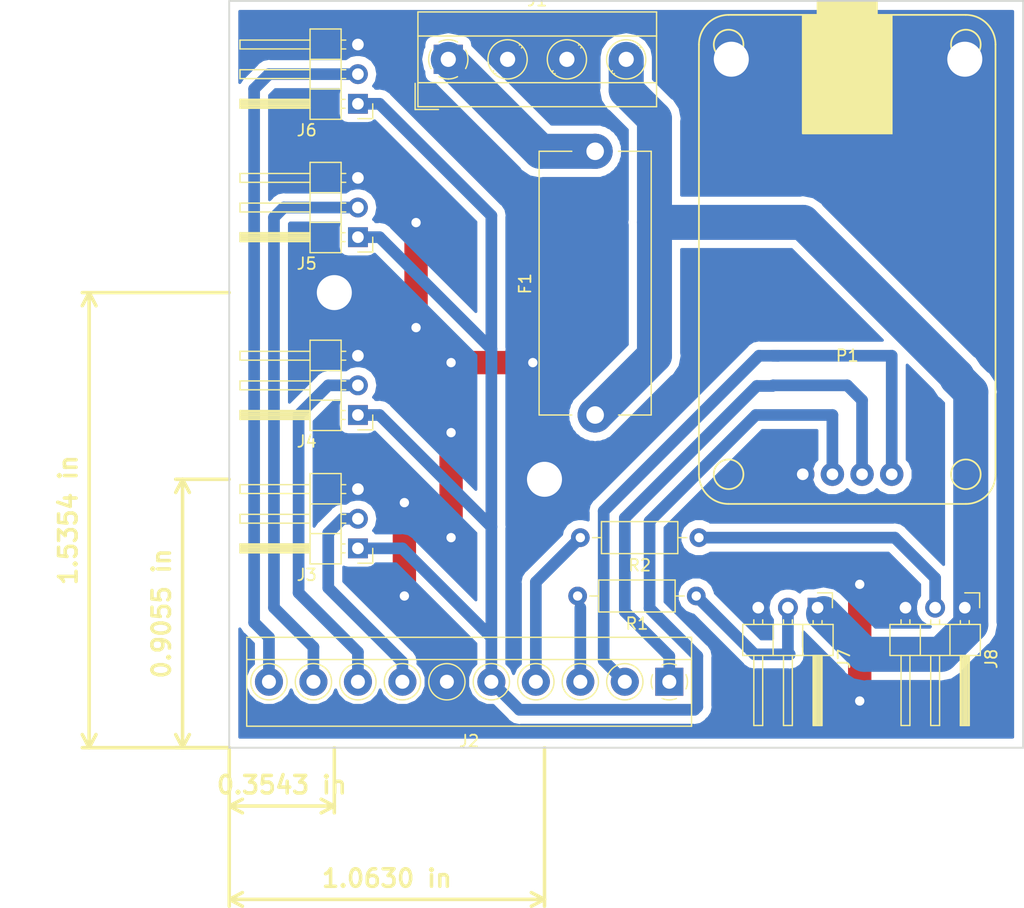
<source format=kicad_pcb>
(kicad_pcb (version 20171130) (host pcbnew "(5.0.1)-4")

  (general
    (thickness 1.6)
    (drawings 17)
    (tracks 119)
    (zones 0)
    (modules 12)
    (nets 15)
  )

  (page A4)
  (layers
    (0 F.Cu signal hide)
    (31 B.Cu signal)
    (32 B.Adhes user hide)
    (33 F.Adhes user hide)
    (34 B.Paste user hide)
    (35 F.Paste user hide)
    (36 B.SilkS user hide)
    (37 F.SilkS user)
    (38 B.Mask user hide)
    (39 F.Mask user hide)
    (40 Dwgs.User user hide)
    (41 Cmts.User user hide)
    (42 Eco1.User user hide)
    (43 Eco2.User user hide)
    (44 Edge.Cuts user)
    (45 Margin user hide)
    (46 B.CrtYd user hide)
    (47 F.CrtYd user)
    (48 B.Fab user hide)
    (49 F.Fab user)
  )

  (setup
    (last_trace_width 2)
    (trace_clearance 0.7)
    (zone_clearance 0.508)
    (zone_45_only no)
    (trace_min 0.2)
    (segment_width 0.2)
    (edge_width 0.15)
    (via_size 3)
    (via_drill 0.4)
    (via_min_size 0.4)
    (via_min_drill 0.3)
    (uvia_size 0.3)
    (uvia_drill 0.1)
    (uvias_allowed no)
    (uvia_min_size 0.2)
    (uvia_min_drill 0.1)
    (pcb_text_width 0.3)
    (pcb_text_size 1.5 1.5)
    (mod_edge_width 0.15)
    (mod_text_size 1 1)
    (mod_text_width 0.15)
    (pad_size 1.524 1.524)
    (pad_drill 0.762)
    (pad_to_mask_clearance 0.051)
    (solder_mask_min_width 0.25)
    (aux_axis_origin 149 139)
    (visible_elements 7FFFFFFF)
    (pcbplotparams
      (layerselection 0x29020_fffffffe)
      (usegerberextensions false)
      (usegerberattributes false)
      (usegerberadvancedattributes false)
      (creategerberjobfile false)
      (excludeedgelayer true)
      (linewidth 0.100000)
      (plotframeref false)
      (viasonmask false)
      (mode 1)
      (useauxorigin true)
      (hpglpennumber 1)
      (hpglpenspeed 20)
      (hpglpendiameter 15.000000)
      (psnegative false)
      (psa4output false)
      (plotreference true)
      (plotvalue true)
      (plotinvisibletext false)
      (padsonsilk false)
      (subtractmaskfromsilk false)
      (outputformat 1)
      (mirror false)
      (drillshape 0)
      (scaleselection 1)
      (outputdirectory "C:/Users/fabri/OneDrive/ProjetElectroniques/baby_foot/baby_foot_schematic/Répartiteur/"))
  )

  (net 0 "")
  (net 1 +12V)
  (net 2 "Net-(F1-Pad2)")
  (net 3 GND)
  (net 4 "Net-(J2-Pad1)")
  (net 5 "Net-(J2-Pad2)")
  (net 6 "Net-(J2-Pad3)")
  (net 7 "Net-(J2-Pad4)")
  (net 8 +5V)
  (net 9 "Net-(J2-Pad7)")
  (net 10 "Net-(J2-Pad8)")
  (net 11 "Net-(J2-Pad9)")
  (net 12 "Net-(J2-Pad10)")
  (net 13 "Net-(J7-Pad2)")
  (net 14 "Net-(J8-Pad2)")

  (net_class Default "Ceci est la Netclass par défaut."
    (clearance 0.7)
    (trace_width 2)
    (via_dia 3)
    (via_drill 0.4)
    (uvia_dia 0.3)
    (uvia_drill 0.1)
    (add_net +12V)
    (add_net +5V)
    (add_net GND)
    (add_net "Net-(F1-Pad2)")
    (add_net "Net-(J2-Pad1)")
    (add_net "Net-(J2-Pad10)")
    (add_net "Net-(J2-Pad2)")
    (add_net "Net-(J2-Pad3)")
    (add_net "Net-(J2-Pad4)")
    (add_net "Net-(J2-Pad7)")
    (add_net "Net-(J2-Pad8)")
    (add_net "Net-(J2-Pad9)")
    (add_net "Net-(J7-Pad2)")
    (add_net "Net-(J8-Pad2)")
  )

  (module Connector_PinHeader_2.54mm:PinHeader_1x03_P2.54mm_Horizontal (layer F.Cu) (tedit 59FED5CB) (tstamp 60621483)
    (at 212 127 270)
    (descr "Through hole angled pin header, 1x03, 2.54mm pitch, 6mm pin length, single row")
    (tags "Through hole angled pin header THT 1x03 2.54mm single row")
    (path /606CE700)
    (fp_text reference J8 (at 4.385 -2.27 270) (layer F.SilkS)
      (effects (font (size 1 1) (thickness 0.15)))
    )
    (fp_text value LED1 (at 8 -3 270) (layer F.Fab)
      (effects (font (size 1 1) (thickness 0.15)))
    )
    (fp_text user %R (at 5.224999 -2.065001) (layer F.Fab)
      (effects (font (size 1 1) (thickness 0.15)))
    )
    (fp_line (start 10.55 -1.8) (end -1.8 -1.8) (layer F.CrtYd) (width 0.05))
    (fp_line (start 10.55 6.85) (end 10.55 -1.8) (layer F.CrtYd) (width 0.05))
    (fp_line (start -1.8 6.85) (end 10.55 6.85) (layer F.CrtYd) (width 0.05))
    (fp_line (start -1.8 -1.8) (end -1.8 6.85) (layer F.CrtYd) (width 0.05))
    (fp_line (start -1.27 -1.27) (end 0 -1.27) (layer F.SilkS) (width 0.12))
    (fp_line (start -1.27 0) (end -1.27 -1.27) (layer F.SilkS) (width 0.12))
    (fp_line (start 1.042929 5.46) (end 1.44 5.46) (layer F.SilkS) (width 0.12))
    (fp_line (start 1.042929 4.7) (end 1.44 4.7) (layer F.SilkS) (width 0.12))
    (fp_line (start 10.1 5.46) (end 4.1 5.46) (layer F.SilkS) (width 0.12))
    (fp_line (start 10.1 4.7) (end 10.1 5.46) (layer F.SilkS) (width 0.12))
    (fp_line (start 4.1 4.7) (end 10.1 4.7) (layer F.SilkS) (width 0.12))
    (fp_line (start 1.44 3.81) (end 4.1 3.81) (layer F.SilkS) (width 0.12))
    (fp_line (start 1.042929 2.92) (end 1.44 2.92) (layer F.SilkS) (width 0.12))
    (fp_line (start 1.042929 2.16) (end 1.44 2.16) (layer F.SilkS) (width 0.12))
    (fp_line (start 10.1 2.92) (end 4.1 2.92) (layer F.SilkS) (width 0.12))
    (fp_line (start 10.1 2.16) (end 10.1 2.92) (layer F.SilkS) (width 0.12))
    (fp_line (start 4.1 2.16) (end 10.1 2.16) (layer F.SilkS) (width 0.12))
    (fp_line (start 1.44 1.27) (end 4.1 1.27) (layer F.SilkS) (width 0.12))
    (fp_line (start 1.11 0.38) (end 1.44 0.38) (layer F.SilkS) (width 0.12))
    (fp_line (start 1.11 -0.38) (end 1.44 -0.38) (layer F.SilkS) (width 0.12))
    (fp_line (start 4.1 0.28) (end 10.1 0.28) (layer F.SilkS) (width 0.12))
    (fp_line (start 4.1 0.16) (end 10.1 0.16) (layer F.SilkS) (width 0.12))
    (fp_line (start 4.1 0.04) (end 10.1 0.04) (layer F.SilkS) (width 0.12))
    (fp_line (start 4.1 -0.08) (end 10.1 -0.08) (layer F.SilkS) (width 0.12))
    (fp_line (start 4.1 -0.2) (end 10.1 -0.2) (layer F.SilkS) (width 0.12))
    (fp_line (start 4.1 -0.32) (end 10.1 -0.32) (layer F.SilkS) (width 0.12))
    (fp_line (start 10.1 0.38) (end 4.1 0.38) (layer F.SilkS) (width 0.12))
    (fp_line (start 10.1 -0.38) (end 10.1 0.38) (layer F.SilkS) (width 0.12))
    (fp_line (start 4.1 -0.38) (end 10.1 -0.38) (layer F.SilkS) (width 0.12))
    (fp_line (start 4.1 -1.33) (end 1.44 -1.33) (layer F.SilkS) (width 0.12))
    (fp_line (start 4.1 6.41) (end 4.1 -1.33) (layer F.SilkS) (width 0.12))
    (fp_line (start 1.44 6.41) (end 4.1 6.41) (layer F.SilkS) (width 0.12))
    (fp_line (start 1.44 -1.33) (end 1.44 6.41) (layer F.SilkS) (width 0.12))
    (fp_line (start 4.04 5.4) (end 10.04 5.4) (layer F.Fab) (width 0.1))
    (fp_line (start 10.04 4.76) (end 10.04 5.4) (layer F.Fab) (width 0.1))
    (fp_line (start 4.04 4.76) (end 10.04 4.76) (layer F.Fab) (width 0.1))
    (fp_line (start -0.32 5.4) (end 1.5 5.4) (layer F.Fab) (width 0.1))
    (fp_line (start -0.32 4.76) (end -0.32 5.4) (layer F.Fab) (width 0.1))
    (fp_line (start -0.32 4.76) (end 1.5 4.76) (layer F.Fab) (width 0.1))
    (fp_line (start 4.04 2.86) (end 10.04 2.86) (layer F.Fab) (width 0.1))
    (fp_line (start 10.04 2.22) (end 10.04 2.86) (layer F.Fab) (width 0.1))
    (fp_line (start 4.04 2.22) (end 10.04 2.22) (layer F.Fab) (width 0.1))
    (fp_line (start -0.32 2.86) (end 1.5 2.86) (layer F.Fab) (width 0.1))
    (fp_line (start -0.32 2.22) (end -0.32 2.86) (layer F.Fab) (width 0.1))
    (fp_line (start -0.32 2.22) (end 1.5 2.22) (layer F.Fab) (width 0.1))
    (fp_line (start 4.04 0.32) (end 10.04 0.32) (layer F.Fab) (width 0.1))
    (fp_line (start 10.04 -0.32) (end 10.04 0.32) (layer F.Fab) (width 0.1))
    (fp_line (start 4.04 -0.32) (end 10.04 -0.32) (layer F.Fab) (width 0.1))
    (fp_line (start -0.32 0.32) (end 1.5 0.32) (layer F.Fab) (width 0.1))
    (fp_line (start -0.32 -0.32) (end -0.32 0.32) (layer F.Fab) (width 0.1))
    (fp_line (start -0.32 -0.32) (end 1.5 -0.32) (layer F.Fab) (width 0.1))
    (fp_line (start 1.5 -0.635) (end 2.135 -1.27) (layer F.Fab) (width 0.1))
    (fp_line (start 1.5 6.35) (end 1.5 -0.635) (layer F.Fab) (width 0.1))
    (fp_line (start 4.04 6.35) (end 1.5 6.35) (layer F.Fab) (width 0.1))
    (fp_line (start 4.04 -1.27) (end 4.04 6.35) (layer F.Fab) (width 0.1))
    (fp_line (start 2.135 -1.27) (end 4.04 -1.27) (layer F.Fab) (width 0.1))
    (pad 3 thru_hole oval (at 0 5.08 270) (size 1.7 1.7) (drill 1) (layers *.Cu *.Mask)
      (net 3 GND))
    (pad 2 thru_hole oval (at 0 2.54 270) (size 1.7 1.7) (drill 1) (layers *.Cu *.Mask)
      (net 14 "Net-(J8-Pad2)"))
    (pad 1 thru_hole rect (at 0 0 270) (size 1.7 1.7) (drill 1) (layers *.Cu *.Mask)
      (net 1 +12V))
    (model ${KISYS3DMOD}/Connector_PinHeader_2.54mm.3dshapes/PinHeader_1x03_P2.54mm_Horizontal.wrl
      (at (xyz 0 0 0))
      (scale (xyz 1 1 1))
      (rotate (xyz 0 0 0))
    )
  )

  (module TerminalBlock_MetzConnect:TerminalBlock_MetzConnect_Type101_RT01604HBWC_1x04_P5.08mm_Horizontal (layer F.Cu) (tedit 5B294E9F) (tstamp 606212CA)
    (at 167.76 80.01)
    (descr "terminal block Metz Connect Type101_RT01604HBWC, 4 pins, pitch 5.08mm, size 20.3x8mm^2, drill diamater 1.3mm, pad diameter 2.5mm, see http://www.metz-connect.com/de/system/files/productfiles/Datenblatt_311011_RT016xxHBWC_OFF-022771S.pdf, script-generated using https://github.com/pointhi/kicad-footprint-generator/scripts/TerminalBlock_MetzConnect")
    (tags "THT terminal block Metz Connect Type101_RT01604HBWC pitch 5.08mm size 20.3x8mm^2 drill 1.3mm pad 2.5mm")
    (path /606B39D3)
    (fp_text reference J1 (at 7.62 -5.06) (layer F.SilkS)
      (effects (font (size 1 1) (thickness 0.15)))
    )
    (fp_text value "Power 12V" (at 7.62 5.06) (layer F.Fab)
      (effects (font (size 1 1) (thickness 0.15)))
    )
    (fp_arc (start 0 0) (end 0 1.68) (angle -28) (layer F.SilkS) (width 0.12))
    (fp_arc (start 0 0) (end 1.484 0.789) (angle -56) (layer F.SilkS) (width 0.12))
    (fp_arc (start 0 0) (end 0.789 -1.484) (angle -56) (layer F.SilkS) (width 0.12))
    (fp_arc (start 0 0) (end -1.484 -0.789) (angle -56) (layer F.SilkS) (width 0.12))
    (fp_arc (start 0 0) (end -0.789 1.484) (angle -29) (layer F.SilkS) (width 0.12))
    (fp_circle (center 0 0) (end 1.5 0) (layer F.Fab) (width 0.1))
    (fp_circle (center 5.08 0) (end 6.58 0) (layer F.Fab) (width 0.1))
    (fp_circle (center 5.08 0) (end 6.76 0) (layer F.SilkS) (width 0.12))
    (fp_circle (center 10.16 0) (end 11.66 0) (layer F.Fab) (width 0.1))
    (fp_circle (center 10.16 0) (end 11.84 0) (layer F.SilkS) (width 0.12))
    (fp_circle (center 15.24 0) (end 16.74 0) (layer F.Fab) (width 0.1))
    (fp_circle (center 15.24 0) (end 16.92 0) (layer F.SilkS) (width 0.12))
    (fp_line (start -2.54 -4) (end 17.78 -4) (layer F.Fab) (width 0.1))
    (fp_line (start 17.78 -4) (end 17.78 4) (layer F.Fab) (width 0.1))
    (fp_line (start 17.78 4) (end -0.54 4) (layer F.Fab) (width 0.1))
    (fp_line (start -0.54 4) (end -2.54 2) (layer F.Fab) (width 0.1))
    (fp_line (start -2.54 2) (end -2.54 -4) (layer F.Fab) (width 0.1))
    (fp_line (start -2.54 2) (end 17.78 2) (layer F.Fab) (width 0.1))
    (fp_line (start -2.6 2) (end 17.84 2) (layer F.SilkS) (width 0.12))
    (fp_line (start -2.54 -2) (end 17.78 -2) (layer F.Fab) (width 0.1))
    (fp_line (start -2.6 -2) (end 17.84 -2) (layer F.SilkS) (width 0.12))
    (fp_line (start -2.6 -4.06) (end 17.84 -4.06) (layer F.SilkS) (width 0.12))
    (fp_line (start -2.6 4.06) (end 17.84 4.06) (layer F.SilkS) (width 0.12))
    (fp_line (start -2.6 -4.06) (end -2.6 4.06) (layer F.SilkS) (width 0.12))
    (fp_line (start 17.84 -4.06) (end 17.84 4.06) (layer F.SilkS) (width 0.12))
    (fp_line (start 1.138 -0.955) (end -0.955 1.138) (layer F.Fab) (width 0.1))
    (fp_line (start 0.955 -1.138) (end -1.138 0.955) (layer F.Fab) (width 0.1))
    (fp_line (start 6.218 -0.955) (end 4.126 1.138) (layer F.Fab) (width 0.1))
    (fp_line (start 6.035 -1.138) (end 3.943 0.955) (layer F.Fab) (width 0.1))
    (fp_line (start 6.355 -1.069) (end 6.261 -0.976) (layer F.SilkS) (width 0.12))
    (fp_line (start 4.07 1.216) (end 4.011 1.274) (layer F.SilkS) (width 0.12))
    (fp_line (start 6.15 -1.275) (end 6.091 -1.216) (layer F.SilkS) (width 0.12))
    (fp_line (start 3.9 0.976) (end 3.806 1.069) (layer F.SilkS) (width 0.12))
    (fp_line (start 11.298 -0.955) (end 9.206 1.138) (layer F.Fab) (width 0.1))
    (fp_line (start 11.115 -1.138) (end 9.023 0.955) (layer F.Fab) (width 0.1))
    (fp_line (start 11.435 -1.069) (end 11.341 -0.976) (layer F.SilkS) (width 0.12))
    (fp_line (start 9.15 1.216) (end 9.091 1.274) (layer F.SilkS) (width 0.12))
    (fp_line (start 11.23 -1.275) (end 11.171 -1.216) (layer F.SilkS) (width 0.12))
    (fp_line (start 8.98 0.976) (end 8.886 1.069) (layer F.SilkS) (width 0.12))
    (fp_line (start 16.378 -0.955) (end 14.286 1.138) (layer F.Fab) (width 0.1))
    (fp_line (start 16.195 -1.138) (end 14.103 0.955) (layer F.Fab) (width 0.1))
    (fp_line (start 16.515 -1.069) (end 16.421 -0.976) (layer F.SilkS) (width 0.12))
    (fp_line (start 14.23 1.216) (end 14.171 1.274) (layer F.SilkS) (width 0.12))
    (fp_line (start 16.31 -1.275) (end 16.251 -1.216) (layer F.SilkS) (width 0.12))
    (fp_line (start 14.06 0.976) (end 13.966 1.069) (layer F.SilkS) (width 0.12))
    (fp_line (start -2.84 2.06) (end -2.84 4.3) (layer F.SilkS) (width 0.12))
    (fp_line (start -2.84 4.3) (end -0.84 4.3) (layer F.SilkS) (width 0.12))
    (fp_line (start -3.04 -4.5) (end -3.04 4.5) (layer F.CrtYd) (width 0.05))
    (fp_line (start -3.04 4.5) (end 18.28 4.5) (layer F.CrtYd) (width 0.05))
    (fp_line (start 18.28 4.5) (end 18.28 -4.5) (layer F.CrtYd) (width 0.05))
    (fp_line (start 18.28 -4.5) (end -3.04 -4.5) (layer F.CrtYd) (width 0.05))
    (fp_text user %R (at 7.62 3) (layer F.Fab)
      (effects (font (size 1 1) (thickness 0.15)))
    )
    (pad 1 thru_hole rect (at 0 0) (size 2.5 2.5) (drill 1.3) (layers *.Cu *.Mask)
      (net 2 "Net-(F1-Pad2)"))
    (pad 2 thru_hole circle (at 5.08 0) (size 2.5 2.5) (drill 1.3) (layers *.Cu *.Mask)
      (net 3 GND))
    (pad 3 thru_hole circle (at 10.16 0) (size 2.5 2.5) (drill 1.3) (layers *.Cu *.Mask)
      (net 3 GND))
    (pad 4 thru_hole circle (at 15.24 0) (size 2.5 2.5) (drill 1.3) (layers *.Cu *.Mask)
      (net 1 +12V))
    (model ${KISYS3DMOD}/TerminalBlock_MetzConnect.3dshapes/TerminalBlock_MetzConnect_Type101_RT01604HBWC_1x04_P5.08mm_Horizontal.wrl
      (at (xyz 0 0 0))
      (scale (xyz 1 1 1))
      (rotate (xyz 0 0 0))
    )
  )

  (module TerminalBlock:TerminalBlock_4Ucon_1x10_P3.81mm_Horizontal (layer F.Cu) (tedit 60241208) (tstamp 60621303)
    (at 186.69 133.35 180)
    (descr "Terminal Block 4Ucon ItemNo. 10687, 10 pins, pitch 3.5mm, size 35.7x7mm^2, drill diamater 1.2mm, pad diameter 2.4mm, see http://www.4uconnector.com/online/object/4udrawing/10687.pdf, script-generated using https://github.com/pointhi/kicad-footprint-generator/scripts/TerminalBlock_4Ucon")
    (tags "THT Terminal Block 4Ucon ItemNo. 10687 pitch 3.5mm size 35.7x7mm^2 drill 1.2mm pad 2.4mm")
    (path /606B3945)
    (fp_text reference J2 (at 17.145 -5.08 180) (layer F.SilkS)
      (effects (font (size 1 1) (thickness 0.15)))
    )
    (fp_text value Screen_connection (at 15.75 5.715 180) (layer F.Fab)
      (effects (font (size 1 1) (thickness 0.15)))
    )
    (fp_arc (start 0 0) (end 0 1.555) (angle -23) (layer F.SilkS) (width 0.12))
    (fp_arc (start 0 0) (end 1.432 0.608) (angle -46) (layer F.SilkS) (width 0.12))
    (fp_arc (start 0 0) (end 0.608 -1.432) (angle -46) (layer F.SilkS) (width 0.12))
    (fp_arc (start 0 0) (end -1.432 -0.608) (angle -46) (layer F.SilkS) (width 0.12))
    (fp_arc (start 0 0) (end -0.608 1.432) (angle -24) (layer F.SilkS) (width 0.12))
    (fp_circle (center 0 0) (end 1.375 0) (layer F.Fab) (width 0.1))
    (fp_circle (center 3.81 0) (end 5.365 0) (layer F.SilkS) (width 0.12))
    (fp_circle (center 7.62 0) (end 9.175 0) (layer F.SilkS) (width 0.12))
    (fp_circle (center 11.43 0) (end 12.985 0) (layer F.SilkS) (width 0.12))
    (fp_circle (center 15.24 0) (end 16.795 0) (layer F.SilkS) (width 0.12))
    (fp_circle (center 19.05 0) (end 20.605 0) (layer F.SilkS) (width 0.12))
    (fp_circle (center 22.86 0) (end 24.415 0) (layer F.SilkS) (width 0.12))
    (fp_circle (center 26.67 0) (end 28.225 0) (layer F.SilkS) (width 0.12))
    (fp_circle (center 30.48 0) (end 32.035 0) (layer F.SilkS) (width 0.12))
    (fp_circle (center 34.29 0) (end 35.845 0) (layer F.SilkS) (width 0.12))
    (fp_line (start -1.905 -3.175) (end 36.195 -3.175) (layer F.Fab) (width 0.1))
    (fp_line (start 36.195 -3.4) (end 36.195 3.6) (layer F.Fab) (width 0.1))
    (fp_line (start 36.195 3.81) (end -0.635 3.81) (layer F.Fab) (width 0.1))
    (fp_line (start -0.635 3.81) (end -1.905 1.905) (layer F.Fab) (width 0.1))
    (fp_line (start -1.905 2.1) (end -1.905 -3.4) (layer F.Fab) (width 0.1))
    (fp_line (start -1.905 1.905) (end 36.195 1.905) (layer F.Fab) (width 0.1))
    (fp_line (start -1.905 1.905) (end 36.195 1.905) (layer F.SilkS) (width 0.12))
    (fp_line (start -1.905 -3.81) (end 36.195 -3.81) (layer F.SilkS) (width 0.12))
    (fp_line (start -1.905 3.81) (end 36.195 3.81) (layer F.SilkS) (width 0.12))
    (fp_line (start -1.905 -3.81) (end -1.905 3.81) (layer F.SilkS) (width 0.12))
    (fp_line (start 36.195 -3.81) (end 36.195 3.66) (layer F.SilkS) (width 0.12))
    (fp_line (start -1.1 -0.069) (end -0.069 -0.069) (layer F.Fab) (width 0.1))
    (fp_line (start -0.069 -0.069) (end -0.069 -1.1) (layer F.Fab) (width 0.1))
    (fp_line (start -0.069 -1.1) (end 0.069 -1.1) (layer F.Fab) (width 0.1))
    (fp_line (start 0.069 -1.1) (end 0.069 -0.069) (layer F.Fab) (width 0.1))
    (fp_line (start 0.069 -0.069) (end 1.1 -0.069) (layer F.Fab) (width 0.1))
    (fp_line (start 1.1 -0.069) (end 1.1 0.069) (layer F.Fab) (width 0.1))
    (fp_line (start 1.1 0.069) (end 0.069 0.069) (layer F.Fab) (width 0.1))
    (fp_line (start 0.069 0.069) (end 0.069 1.1) (layer F.Fab) (width 0.1))
    (fp_line (start 0.069 1.1) (end -0.069 1.1) (layer F.Fab) (width 0.1))
    (fp_line (start -0.069 1.1) (end -0.069 0.069) (layer F.Fab) (width 0.1))
    (fp_line (start -0.069 0.069) (end -1.1 0.069) (layer F.Fab) (width 0.1))
    (fp_line (start -1.1 0.069) (end -1.1 -0.069) (layer F.Fab) (width 0.1))
    (fp_line (start -2.54 -4.445) (end -2.54 4.445) (layer F.CrtYd) (width 0.05))
    (fp_line (start -2.54 4.445) (end 36.83 4.445) (layer F.CrtYd) (width 0.05))
    (fp_line (start 36.83 4.445) (end 36.83 -4.445) (layer F.CrtYd) (width 0.05))
    (fp_line (start 36.83 -4.445) (end -2.54 -4.445) (layer F.CrtYd) (width 0.05))
    (fp_text user %R (at 15.75 2.9 180) (layer F.Fab)
      (effects (font (size 1 1) (thickness 0.15)))
    )
    (pad 1 thru_hole rect (at 0 0 180) (size 2.4 2.4) (drill 1.2) (layers *.Cu *.Mask)
      (net 4 "Net-(J2-Pad1)"))
    (pad 2 thru_hole circle (at 3.81 0 180) (size 2.4 2.4) (drill 1.2) (layers *.Cu *.Mask)
      (net 5 "Net-(J2-Pad2)"))
    (pad 3 thru_hole circle (at 7.62 0 180) (size 2.4 2.4) (drill 1.2) (layers *.Cu *.Mask)
      (net 6 "Net-(J2-Pad3)"))
    (pad 4 thru_hole circle (at 11.43 0 180) (size 2.4 2.4) (drill 1.2) (layers *.Cu *.Mask)
      (net 7 "Net-(J2-Pad4)"))
    (pad 5 thru_hole circle (at 15.24 0 180) (size 2.4 2.4) (drill 1.2) (layers *.Cu *.Mask)
      (net 8 +5V))
    (pad 6 thru_hole circle (at 19.05 0 180) (size 2.4 2.4) (drill 1.2) (layers *.Cu *.Mask)
      (net 3 GND))
    (pad 7 thru_hole circle (at 22.86 0 180) (size 2.4 2.4) (drill 1.2) (layers *.Cu *.Mask)
      (net 9 "Net-(J2-Pad7)"))
    (pad 8 thru_hole circle (at 26.67 0 180) (size 2.4 2.4) (drill 1.2) (layers *.Cu *.Mask)
      (net 10 "Net-(J2-Pad8)"))
    (pad 9 thru_hole circle (at 30.48 0 180) (size 2.4 2.4) (drill 1.2) (layers *.Cu *.Mask)
      (net 11 "Net-(J2-Pad9)"))
    (pad 10 thru_hole circle (at 34.29 0 180) (size 2.4 2.4) (drill 1.2) (layers *.Cu *.Mask)
      (net 12 "Net-(J2-Pad10)"))
    (model ${KISYS3DMOD}/TerminalBlock_4Ucon.3dshapes/TerminalBlock_4Ucon_1x10_P3.50mm_Horizontal.wrl
      (at (xyz 0 0 0))
      (scale (xyz 1 1 1))
      (rotate (xyz 0 0 0))
    )
  )

  (module Connector_PinHeader_2.54mm:PinHeader_1x03_P2.54mm_Horizontal (layer F.Cu) (tedit 59FED5CB) (tstamp 60621343)
    (at 160.02 121.92 180)
    (descr "Through hole angled pin header, 1x03, 2.54mm pitch, 6mm pin length, single row")
    (tags "Through hole angled pin header THT 1x03 2.54mm single row")
    (path /606B3AA2)
    (fp_text reference J3 (at 4.385 -2.27 180) (layer F.SilkS)
      (effects (font (size 1 1) (thickness 0.15)))
    )
    (fp_text value But_P2 (at 4.385 7.92 180) (layer F.Fab)
      (effects (font (size 1 1) (thickness 0.15)))
    )
    (fp_line (start 2.135 -1.27) (end 4.04 -1.27) (layer F.Fab) (width 0.1))
    (fp_line (start 4.04 -1.27) (end 4.04 6.35) (layer F.Fab) (width 0.1))
    (fp_line (start 4.04 6.35) (end 1.5 6.35) (layer F.Fab) (width 0.1))
    (fp_line (start 1.5 6.35) (end 1.5 -0.635) (layer F.Fab) (width 0.1))
    (fp_line (start 1.5 -0.635) (end 2.135 -1.27) (layer F.Fab) (width 0.1))
    (fp_line (start -0.32 -0.32) (end 1.5 -0.32) (layer F.Fab) (width 0.1))
    (fp_line (start -0.32 -0.32) (end -0.32 0.32) (layer F.Fab) (width 0.1))
    (fp_line (start -0.32 0.32) (end 1.5 0.32) (layer F.Fab) (width 0.1))
    (fp_line (start 4.04 -0.32) (end 10.04 -0.32) (layer F.Fab) (width 0.1))
    (fp_line (start 10.04 -0.32) (end 10.04 0.32) (layer F.Fab) (width 0.1))
    (fp_line (start 4.04 0.32) (end 10.04 0.32) (layer F.Fab) (width 0.1))
    (fp_line (start -0.32 2.22) (end 1.5 2.22) (layer F.Fab) (width 0.1))
    (fp_line (start -0.32 2.22) (end -0.32 2.86) (layer F.Fab) (width 0.1))
    (fp_line (start -0.32 2.86) (end 1.5 2.86) (layer F.Fab) (width 0.1))
    (fp_line (start 4.04 2.22) (end 10.04 2.22) (layer F.Fab) (width 0.1))
    (fp_line (start 10.04 2.22) (end 10.04 2.86) (layer F.Fab) (width 0.1))
    (fp_line (start 4.04 2.86) (end 10.04 2.86) (layer F.Fab) (width 0.1))
    (fp_line (start -0.32 4.76) (end 1.5 4.76) (layer F.Fab) (width 0.1))
    (fp_line (start -0.32 4.76) (end -0.32 5.4) (layer F.Fab) (width 0.1))
    (fp_line (start -0.32 5.4) (end 1.5 5.4) (layer F.Fab) (width 0.1))
    (fp_line (start 4.04 4.76) (end 10.04 4.76) (layer F.Fab) (width 0.1))
    (fp_line (start 10.04 4.76) (end 10.04 5.4) (layer F.Fab) (width 0.1))
    (fp_line (start 4.04 5.4) (end 10.04 5.4) (layer F.Fab) (width 0.1))
    (fp_line (start 1.44 -1.33) (end 1.44 6.41) (layer F.SilkS) (width 0.12))
    (fp_line (start 1.44 6.41) (end 4.1 6.41) (layer F.SilkS) (width 0.12))
    (fp_line (start 4.1 6.41) (end 4.1 -1.33) (layer F.SilkS) (width 0.12))
    (fp_line (start 4.1 -1.33) (end 1.44 -1.33) (layer F.SilkS) (width 0.12))
    (fp_line (start 4.1 -0.38) (end 10.1 -0.38) (layer F.SilkS) (width 0.12))
    (fp_line (start 10.1 -0.38) (end 10.1 0.38) (layer F.SilkS) (width 0.12))
    (fp_line (start 10.1 0.38) (end 4.1 0.38) (layer F.SilkS) (width 0.12))
    (fp_line (start 4.1 -0.32) (end 10.1 -0.32) (layer F.SilkS) (width 0.12))
    (fp_line (start 4.1 -0.2) (end 10.1 -0.2) (layer F.SilkS) (width 0.12))
    (fp_line (start 4.1 -0.08) (end 10.1 -0.08) (layer F.SilkS) (width 0.12))
    (fp_line (start 4.1 0.04) (end 10.1 0.04) (layer F.SilkS) (width 0.12))
    (fp_line (start 4.1 0.16) (end 10.1 0.16) (layer F.SilkS) (width 0.12))
    (fp_line (start 4.1 0.28) (end 10.1 0.28) (layer F.SilkS) (width 0.12))
    (fp_line (start 1.11 -0.38) (end 1.44 -0.38) (layer F.SilkS) (width 0.12))
    (fp_line (start 1.11 0.38) (end 1.44 0.38) (layer F.SilkS) (width 0.12))
    (fp_line (start 1.44 1.27) (end 4.1 1.27) (layer F.SilkS) (width 0.12))
    (fp_line (start 4.1 2.16) (end 10.1 2.16) (layer F.SilkS) (width 0.12))
    (fp_line (start 10.1 2.16) (end 10.1 2.92) (layer F.SilkS) (width 0.12))
    (fp_line (start 10.1 2.92) (end 4.1 2.92) (layer F.SilkS) (width 0.12))
    (fp_line (start 1.042929 2.16) (end 1.44 2.16) (layer F.SilkS) (width 0.12))
    (fp_line (start 1.042929 2.92) (end 1.44 2.92) (layer F.SilkS) (width 0.12))
    (fp_line (start 1.44 3.81) (end 4.1 3.81) (layer F.SilkS) (width 0.12))
    (fp_line (start 4.1 4.7) (end 10.1 4.7) (layer F.SilkS) (width 0.12))
    (fp_line (start 10.1 4.7) (end 10.1 5.46) (layer F.SilkS) (width 0.12))
    (fp_line (start 10.1 5.46) (end 4.1 5.46) (layer F.SilkS) (width 0.12))
    (fp_line (start 1.042929 4.7) (end 1.44 4.7) (layer F.SilkS) (width 0.12))
    (fp_line (start 1.042929 5.46) (end 1.44 5.46) (layer F.SilkS) (width 0.12))
    (fp_line (start -1.27 0) (end -1.27 -1.27) (layer F.SilkS) (width 0.12))
    (fp_line (start -1.27 -1.27) (end 0 -1.27) (layer F.SilkS) (width 0.12))
    (fp_line (start -1.8 -1.8) (end -1.8 6.85) (layer F.CrtYd) (width 0.05))
    (fp_line (start -1.8 6.85) (end 10.55 6.85) (layer F.CrtYd) (width 0.05))
    (fp_line (start 10.55 6.85) (end 10.55 -1.8) (layer F.CrtYd) (width 0.05))
    (fp_line (start 10.55 -1.8) (end -1.8 -1.8) (layer F.CrtYd) (width 0.05))
    (fp_text user %R (at 2.77 2.54 -90) (layer F.Fab)
      (effects (font (size 1 1) (thickness 0.15)))
    )
    (pad 1 thru_hole rect (at 0 0 180) (size 1.7 1.7) (drill 1) (layers *.Cu *.Mask)
      (net 8 +5V))
    (pad 2 thru_hole oval (at 0 2.54 180) (size 1.7 1.7) (drill 1) (layers *.Cu *.Mask)
      (net 9 "Net-(J2-Pad7)"))
    (pad 3 thru_hole oval (at 0 5.08 180) (size 1.7 1.7) (drill 1) (layers *.Cu *.Mask)
      (net 3 GND))
    (model ${KISYS3DMOD}/Connector_PinHeader_2.54mm.3dshapes/PinHeader_1x03_P2.54mm_Horizontal.wrl
      (at (xyz 0 0 0))
      (scale (xyz 1 1 1))
      (rotate (xyz 0 0 0))
    )
  )

  (module Connector_PinHeader_2.54mm:PinHeader_1x03_P2.54mm_Horizontal (layer F.Cu) (tedit 59FED5CB) (tstamp 60621383)
    (at 160.02 110.49 180)
    (descr "Through hole angled pin header, 1x03, 2.54mm pitch, 6mm pin length, single row")
    (tags "Through hole angled pin header THT 1x03 2.54mm single row")
    (path /606B3B74)
    (fp_text reference J4 (at 4.385 -2.27 180) (layer F.SilkS)
      (effects (font (size 1 1) (thickness 0.15)))
    )
    (fp_text value Choc_P2 (at 4.385 7.49 180) (layer F.Fab)
      (effects (font (size 1 1) (thickness 0.15)))
    )
    (fp_text user %R (at 2.77 2.54 -90) (layer F.Fab)
      (effects (font (size 1 1) (thickness 0.15)))
    )
    (fp_line (start 10.55 -1.8) (end -1.8 -1.8) (layer F.CrtYd) (width 0.05))
    (fp_line (start 10.55 6.85) (end 10.55 -1.8) (layer F.CrtYd) (width 0.05))
    (fp_line (start -1.8 6.85) (end 10.55 6.85) (layer F.CrtYd) (width 0.05))
    (fp_line (start -1.8 -1.8) (end -1.8 6.85) (layer F.CrtYd) (width 0.05))
    (fp_line (start -1.27 -1.27) (end 0 -1.27) (layer F.SilkS) (width 0.12))
    (fp_line (start -1.27 0) (end -1.27 -1.27) (layer F.SilkS) (width 0.12))
    (fp_line (start 1.042929 5.46) (end 1.44 5.46) (layer F.SilkS) (width 0.12))
    (fp_line (start 1.042929 4.7) (end 1.44 4.7) (layer F.SilkS) (width 0.12))
    (fp_line (start 10.1 5.46) (end 4.1 5.46) (layer F.SilkS) (width 0.12))
    (fp_line (start 10.1 4.7) (end 10.1 5.46) (layer F.SilkS) (width 0.12))
    (fp_line (start 4.1 4.7) (end 10.1 4.7) (layer F.SilkS) (width 0.12))
    (fp_line (start 1.44 3.81) (end 4.1 3.81) (layer F.SilkS) (width 0.12))
    (fp_line (start 1.042929 2.92) (end 1.44 2.92) (layer F.SilkS) (width 0.12))
    (fp_line (start 1.042929 2.16) (end 1.44 2.16) (layer F.SilkS) (width 0.12))
    (fp_line (start 10.1 2.92) (end 4.1 2.92) (layer F.SilkS) (width 0.12))
    (fp_line (start 10.1 2.16) (end 10.1 2.92) (layer F.SilkS) (width 0.12))
    (fp_line (start 4.1 2.16) (end 10.1 2.16) (layer F.SilkS) (width 0.12))
    (fp_line (start 1.44 1.27) (end 4.1 1.27) (layer F.SilkS) (width 0.12))
    (fp_line (start 1.11 0.38) (end 1.44 0.38) (layer F.SilkS) (width 0.12))
    (fp_line (start 1.11 -0.38) (end 1.44 -0.38) (layer F.SilkS) (width 0.12))
    (fp_line (start 4.1 0.28) (end 10.1 0.28) (layer F.SilkS) (width 0.12))
    (fp_line (start 4.1 0.16) (end 10.1 0.16) (layer F.SilkS) (width 0.12))
    (fp_line (start 4.1 0.04) (end 10.1 0.04) (layer F.SilkS) (width 0.12))
    (fp_line (start 4.1 -0.08) (end 10.1 -0.08) (layer F.SilkS) (width 0.12))
    (fp_line (start 4.1 -0.2) (end 10.1 -0.2) (layer F.SilkS) (width 0.12))
    (fp_line (start 4.1 -0.32) (end 10.1 -0.32) (layer F.SilkS) (width 0.12))
    (fp_line (start 10.1 0.38) (end 4.1 0.38) (layer F.SilkS) (width 0.12))
    (fp_line (start 10.1 -0.38) (end 10.1 0.38) (layer F.SilkS) (width 0.12))
    (fp_line (start 4.1 -0.38) (end 10.1 -0.38) (layer F.SilkS) (width 0.12))
    (fp_line (start 4.1 -1.33) (end 1.44 -1.33) (layer F.SilkS) (width 0.12))
    (fp_line (start 4.1 6.41) (end 4.1 -1.33) (layer F.SilkS) (width 0.12))
    (fp_line (start 1.44 6.41) (end 4.1 6.41) (layer F.SilkS) (width 0.12))
    (fp_line (start 1.44 -1.33) (end 1.44 6.41) (layer F.SilkS) (width 0.12))
    (fp_line (start 4.04 5.4) (end 10.04 5.4) (layer F.Fab) (width 0.1))
    (fp_line (start 10.04 4.76) (end 10.04 5.4) (layer F.Fab) (width 0.1))
    (fp_line (start 4.04 4.76) (end 10.04 4.76) (layer F.Fab) (width 0.1))
    (fp_line (start -0.32 5.4) (end 1.5 5.4) (layer F.Fab) (width 0.1))
    (fp_line (start -0.32 4.76) (end -0.32 5.4) (layer F.Fab) (width 0.1))
    (fp_line (start -0.32 4.76) (end 1.5 4.76) (layer F.Fab) (width 0.1))
    (fp_line (start 4.04 2.86) (end 10.04 2.86) (layer F.Fab) (width 0.1))
    (fp_line (start 10.04 2.22) (end 10.04 2.86) (layer F.Fab) (width 0.1))
    (fp_line (start 4.04 2.22) (end 10.04 2.22) (layer F.Fab) (width 0.1))
    (fp_line (start -0.32 2.86) (end 1.5 2.86) (layer F.Fab) (width 0.1))
    (fp_line (start -0.32 2.22) (end -0.32 2.86) (layer F.Fab) (width 0.1))
    (fp_line (start -0.32 2.22) (end 1.5 2.22) (layer F.Fab) (width 0.1))
    (fp_line (start 4.04 0.32) (end 10.04 0.32) (layer F.Fab) (width 0.1))
    (fp_line (start 10.04 -0.32) (end 10.04 0.32) (layer F.Fab) (width 0.1))
    (fp_line (start 4.04 -0.32) (end 10.04 -0.32) (layer F.Fab) (width 0.1))
    (fp_line (start -0.32 0.32) (end 1.5 0.32) (layer F.Fab) (width 0.1))
    (fp_line (start -0.32 -0.32) (end -0.32 0.32) (layer F.Fab) (width 0.1))
    (fp_line (start -0.32 -0.32) (end 1.5 -0.32) (layer F.Fab) (width 0.1))
    (fp_line (start 1.5 -0.635) (end 2.135 -1.27) (layer F.Fab) (width 0.1))
    (fp_line (start 1.5 6.35) (end 1.5 -0.635) (layer F.Fab) (width 0.1))
    (fp_line (start 4.04 6.35) (end 1.5 6.35) (layer F.Fab) (width 0.1))
    (fp_line (start 4.04 -1.27) (end 4.04 6.35) (layer F.Fab) (width 0.1))
    (fp_line (start 2.135 -1.27) (end 4.04 -1.27) (layer F.Fab) (width 0.1))
    (pad 3 thru_hole oval (at 0 5.08 180) (size 1.7 1.7) (drill 1) (layers *.Cu *.Mask)
      (net 3 GND))
    (pad 2 thru_hole oval (at 0 2.54 180) (size 1.7 1.7) (drill 1) (layers *.Cu *.Mask)
      (net 10 "Net-(J2-Pad8)"))
    (pad 1 thru_hole rect (at 0 0 180) (size 1.7 1.7) (drill 1) (layers *.Cu *.Mask)
      (net 8 +5V))
    (model ${KISYS3DMOD}/Connector_PinHeader_2.54mm.3dshapes/PinHeader_1x03_P2.54mm_Horizontal.wrl
      (at (xyz 0 0 0))
      (scale (xyz 1 1 1))
      (rotate (xyz 0 0 0))
    )
  )

  (module Connector_PinHeader_2.54mm:PinHeader_1x03_P2.54mm_Horizontal (layer F.Cu) (tedit 59FED5CB) (tstamp 606213C3)
    (at 160.02 95.25 180)
    (descr "Through hole angled pin header, 1x03, 2.54mm pitch, 6mm pin length, single row")
    (tags "Through hole angled pin header THT 1x03 2.54mm single row")
    (path /606B3B9D)
    (fp_text reference J5 (at 4.385 -2.27 180) (layer F.SilkS)
      (effects (font (size 1 1) (thickness 0.15)))
    )
    (fp_text value But_P1 (at 4.385 8.25 180) (layer F.Fab)
      (effects (font (size 1 1) (thickness 0.15)))
    )
    (fp_line (start 2.135 -1.27) (end 4.04 -1.27) (layer F.Fab) (width 0.1))
    (fp_line (start 4.04 -1.27) (end 4.04 6.35) (layer F.Fab) (width 0.1))
    (fp_line (start 4.04 6.35) (end 1.5 6.35) (layer F.Fab) (width 0.1))
    (fp_line (start 1.5 6.35) (end 1.5 -0.635) (layer F.Fab) (width 0.1))
    (fp_line (start 1.5 -0.635) (end 2.135 -1.27) (layer F.Fab) (width 0.1))
    (fp_line (start -0.32 -0.32) (end 1.5 -0.32) (layer F.Fab) (width 0.1))
    (fp_line (start -0.32 -0.32) (end -0.32 0.32) (layer F.Fab) (width 0.1))
    (fp_line (start -0.32 0.32) (end 1.5 0.32) (layer F.Fab) (width 0.1))
    (fp_line (start 4.04 -0.32) (end 10.04 -0.32) (layer F.Fab) (width 0.1))
    (fp_line (start 10.04 -0.32) (end 10.04 0.32) (layer F.Fab) (width 0.1))
    (fp_line (start 4.04 0.32) (end 10.04 0.32) (layer F.Fab) (width 0.1))
    (fp_line (start -0.32 2.22) (end 1.5 2.22) (layer F.Fab) (width 0.1))
    (fp_line (start -0.32 2.22) (end -0.32 2.86) (layer F.Fab) (width 0.1))
    (fp_line (start -0.32 2.86) (end 1.5 2.86) (layer F.Fab) (width 0.1))
    (fp_line (start 4.04 2.22) (end 10.04 2.22) (layer F.Fab) (width 0.1))
    (fp_line (start 10.04 2.22) (end 10.04 2.86) (layer F.Fab) (width 0.1))
    (fp_line (start 4.04 2.86) (end 10.04 2.86) (layer F.Fab) (width 0.1))
    (fp_line (start -0.32 4.76) (end 1.5 4.76) (layer F.Fab) (width 0.1))
    (fp_line (start -0.32 4.76) (end -0.32 5.4) (layer F.Fab) (width 0.1))
    (fp_line (start -0.32 5.4) (end 1.5 5.4) (layer F.Fab) (width 0.1))
    (fp_line (start 4.04 4.76) (end 10.04 4.76) (layer F.Fab) (width 0.1))
    (fp_line (start 10.04 4.76) (end 10.04 5.4) (layer F.Fab) (width 0.1))
    (fp_line (start 4.04 5.4) (end 10.04 5.4) (layer F.Fab) (width 0.1))
    (fp_line (start 1.44 -1.33) (end 1.44 6.41) (layer F.SilkS) (width 0.12))
    (fp_line (start 1.44 6.41) (end 4.1 6.41) (layer F.SilkS) (width 0.12))
    (fp_line (start 4.1 6.41) (end 4.1 -1.33) (layer F.SilkS) (width 0.12))
    (fp_line (start 4.1 -1.33) (end 1.44 -1.33) (layer F.SilkS) (width 0.12))
    (fp_line (start 4.1 -0.38) (end 10.1 -0.38) (layer F.SilkS) (width 0.12))
    (fp_line (start 10.1 -0.38) (end 10.1 0.38) (layer F.SilkS) (width 0.12))
    (fp_line (start 10.1 0.38) (end 4.1 0.38) (layer F.SilkS) (width 0.12))
    (fp_line (start 4.1 -0.32) (end 10.1 -0.32) (layer F.SilkS) (width 0.12))
    (fp_line (start 4.1 -0.2) (end 10.1 -0.2) (layer F.SilkS) (width 0.12))
    (fp_line (start 4.1 -0.08) (end 10.1 -0.08) (layer F.SilkS) (width 0.12))
    (fp_line (start 4.1 0.04) (end 10.1 0.04) (layer F.SilkS) (width 0.12))
    (fp_line (start 4.1 0.16) (end 10.1 0.16) (layer F.SilkS) (width 0.12))
    (fp_line (start 4.1 0.28) (end 10.1 0.28) (layer F.SilkS) (width 0.12))
    (fp_line (start 1.11 -0.38) (end 1.44 -0.38) (layer F.SilkS) (width 0.12))
    (fp_line (start 1.11 0.38) (end 1.44 0.38) (layer F.SilkS) (width 0.12))
    (fp_line (start 1.44 1.27) (end 4.1 1.27) (layer F.SilkS) (width 0.12))
    (fp_line (start 4.1 2.16) (end 10.1 2.16) (layer F.SilkS) (width 0.12))
    (fp_line (start 10.1 2.16) (end 10.1 2.92) (layer F.SilkS) (width 0.12))
    (fp_line (start 10.1 2.92) (end 4.1 2.92) (layer F.SilkS) (width 0.12))
    (fp_line (start 1.042929 2.16) (end 1.44 2.16) (layer F.SilkS) (width 0.12))
    (fp_line (start 1.042929 2.92) (end 1.44 2.92) (layer F.SilkS) (width 0.12))
    (fp_line (start 1.44 3.81) (end 4.1 3.81) (layer F.SilkS) (width 0.12))
    (fp_line (start 4.1 4.7) (end 10.1 4.7) (layer F.SilkS) (width 0.12))
    (fp_line (start 10.1 4.7) (end 10.1 5.46) (layer F.SilkS) (width 0.12))
    (fp_line (start 10.1 5.46) (end 4.1 5.46) (layer F.SilkS) (width 0.12))
    (fp_line (start 1.042929 4.7) (end 1.44 4.7) (layer F.SilkS) (width 0.12))
    (fp_line (start 1.042929 5.46) (end 1.44 5.46) (layer F.SilkS) (width 0.12))
    (fp_line (start -1.27 0) (end -1.27 -1.27) (layer F.SilkS) (width 0.12))
    (fp_line (start -1.27 -1.27) (end 0 -1.27) (layer F.SilkS) (width 0.12))
    (fp_line (start -1.8 -1.8) (end -1.8 6.85) (layer F.CrtYd) (width 0.05))
    (fp_line (start -1.8 6.85) (end 10.55 6.85) (layer F.CrtYd) (width 0.05))
    (fp_line (start 10.55 6.85) (end 10.55 -1.8) (layer F.CrtYd) (width 0.05))
    (fp_line (start 10.55 -1.8) (end -1.8 -1.8) (layer F.CrtYd) (width 0.05))
    (fp_text user %R (at 2.77 2.54 270) (layer F.Fab)
      (effects (font (size 1 1) (thickness 0.15)))
    )
    (pad 1 thru_hole rect (at 0 0 180) (size 1.7 1.7) (drill 1) (layers *.Cu *.Mask)
      (net 8 +5V))
    (pad 2 thru_hole oval (at 0 2.54 180) (size 1.7 1.7) (drill 1) (layers *.Cu *.Mask)
      (net 11 "Net-(J2-Pad9)"))
    (pad 3 thru_hole oval (at 0 5.08 180) (size 1.7 1.7) (drill 1) (layers *.Cu *.Mask)
      (net 3 GND))
    (model ${KISYS3DMOD}/Connector_PinHeader_2.54mm.3dshapes/PinHeader_1x03_P2.54mm_Horizontal.wrl
      (at (xyz 0 0 0))
      (scale (xyz 1 1 1))
      (rotate (xyz 0 0 0))
    )
  )

  (module Connector_PinHeader_2.54mm:PinHeader_1x03_P2.54mm_Horizontal (layer F.Cu) (tedit 59FED5CB) (tstamp 60621403)
    (at 160.02 83.82 180)
    (descr "Through hole angled pin header, 1x03, 2.54mm pitch, 6mm pin length, single row")
    (tags "Through hole angled pin header THT 1x03 2.54mm single row")
    (path /606B3C04)
    (fp_text reference J6 (at 4.385 -2.27 180) (layer F.SilkS)
      (effects (font (size 1 1) (thickness 0.15)))
    )
    (fp_text value Choc_P1 (at 4.385 7.82 180) (layer F.Fab)
      (effects (font (size 1 1) (thickness 0.15)))
    )
    (fp_text user %R (at 2.77 2.54 270) (layer F.Fab)
      (effects (font (size 1 1) (thickness 0.15)))
    )
    (fp_line (start 10.55 -1.8) (end -1.8 -1.8) (layer F.CrtYd) (width 0.05))
    (fp_line (start 10.55 6.85) (end 10.55 -1.8) (layer F.CrtYd) (width 0.05))
    (fp_line (start -1.8 6.85) (end 10.55 6.85) (layer F.CrtYd) (width 0.05))
    (fp_line (start -1.8 -1.8) (end -1.8 6.85) (layer F.CrtYd) (width 0.05))
    (fp_line (start -1.27 -1.27) (end 0 -1.27) (layer F.SilkS) (width 0.12))
    (fp_line (start -1.27 0) (end -1.27 -1.27) (layer F.SilkS) (width 0.12))
    (fp_line (start 1.042929 5.46) (end 1.44 5.46) (layer F.SilkS) (width 0.12))
    (fp_line (start 1.042929 4.7) (end 1.44 4.7) (layer F.SilkS) (width 0.12))
    (fp_line (start 10.1 5.46) (end 4.1 5.46) (layer F.SilkS) (width 0.12))
    (fp_line (start 10.1 4.7) (end 10.1 5.46) (layer F.SilkS) (width 0.12))
    (fp_line (start 4.1 4.7) (end 10.1 4.7) (layer F.SilkS) (width 0.12))
    (fp_line (start 1.44 3.81) (end 4.1 3.81) (layer F.SilkS) (width 0.12))
    (fp_line (start 1.042929 2.92) (end 1.44 2.92) (layer F.SilkS) (width 0.12))
    (fp_line (start 1.042929 2.16) (end 1.44 2.16) (layer F.SilkS) (width 0.12))
    (fp_line (start 10.1 2.92) (end 4.1 2.92) (layer F.SilkS) (width 0.12))
    (fp_line (start 10.1 2.16) (end 10.1 2.92) (layer F.SilkS) (width 0.12))
    (fp_line (start 4.1 2.16) (end 10.1 2.16) (layer F.SilkS) (width 0.12))
    (fp_line (start 1.44 1.27) (end 4.1 1.27) (layer F.SilkS) (width 0.12))
    (fp_line (start 1.11 0.38) (end 1.44 0.38) (layer F.SilkS) (width 0.12))
    (fp_line (start 1.11 -0.38) (end 1.44 -0.38) (layer F.SilkS) (width 0.12))
    (fp_line (start 4.1 0.28) (end 10.1 0.28) (layer F.SilkS) (width 0.12))
    (fp_line (start 4.1 0.16) (end 10.1 0.16) (layer F.SilkS) (width 0.12))
    (fp_line (start 4.1 0.04) (end 10.1 0.04) (layer F.SilkS) (width 0.12))
    (fp_line (start 4.1 -0.08) (end 10.1 -0.08) (layer F.SilkS) (width 0.12))
    (fp_line (start 4.1 -0.2) (end 10.1 -0.2) (layer F.SilkS) (width 0.12))
    (fp_line (start 4.1 -0.32) (end 10.1 -0.32) (layer F.SilkS) (width 0.12))
    (fp_line (start 10.1 0.38) (end 4.1 0.38) (layer F.SilkS) (width 0.12))
    (fp_line (start 10.1 -0.38) (end 10.1 0.38) (layer F.SilkS) (width 0.12))
    (fp_line (start 4.1 -0.38) (end 10.1 -0.38) (layer F.SilkS) (width 0.12))
    (fp_line (start 4.1 -1.33) (end 1.44 -1.33) (layer F.SilkS) (width 0.12))
    (fp_line (start 4.1 6.41) (end 4.1 -1.33) (layer F.SilkS) (width 0.12))
    (fp_line (start 1.44 6.41) (end 4.1 6.41) (layer F.SilkS) (width 0.12))
    (fp_line (start 1.44 -1.33) (end 1.44 6.41) (layer F.SilkS) (width 0.12))
    (fp_line (start 4.04 5.4) (end 10.04 5.4) (layer F.Fab) (width 0.1))
    (fp_line (start 10.04 4.76) (end 10.04 5.4) (layer F.Fab) (width 0.1))
    (fp_line (start 4.04 4.76) (end 10.04 4.76) (layer F.Fab) (width 0.1))
    (fp_line (start -0.32 5.4) (end 1.5 5.4) (layer F.Fab) (width 0.1))
    (fp_line (start -0.32 4.76) (end -0.32 5.4) (layer F.Fab) (width 0.1))
    (fp_line (start -0.32 4.76) (end 1.5 4.76) (layer F.Fab) (width 0.1))
    (fp_line (start 4.04 2.86) (end 10.04 2.86) (layer F.Fab) (width 0.1))
    (fp_line (start 10.04 2.22) (end 10.04 2.86) (layer F.Fab) (width 0.1))
    (fp_line (start 4.04 2.22) (end 10.04 2.22) (layer F.Fab) (width 0.1))
    (fp_line (start -0.32 2.86) (end 1.5 2.86) (layer F.Fab) (width 0.1))
    (fp_line (start -0.32 2.22) (end -0.32 2.86) (layer F.Fab) (width 0.1))
    (fp_line (start -0.32 2.22) (end 1.5 2.22) (layer F.Fab) (width 0.1))
    (fp_line (start 4.04 0.32) (end 10.04 0.32) (layer F.Fab) (width 0.1))
    (fp_line (start 10.04 -0.32) (end 10.04 0.32) (layer F.Fab) (width 0.1))
    (fp_line (start 4.04 -0.32) (end 10.04 -0.32) (layer F.Fab) (width 0.1))
    (fp_line (start -0.32 0.32) (end 1.5 0.32) (layer F.Fab) (width 0.1))
    (fp_line (start -0.32 -0.32) (end -0.32 0.32) (layer F.Fab) (width 0.1))
    (fp_line (start -0.32 -0.32) (end 1.5 -0.32) (layer F.Fab) (width 0.1))
    (fp_line (start 1.5 -0.635) (end 2.135 -1.27) (layer F.Fab) (width 0.1))
    (fp_line (start 1.5 6.35) (end 1.5 -0.635) (layer F.Fab) (width 0.1))
    (fp_line (start 4.04 6.35) (end 1.5 6.35) (layer F.Fab) (width 0.1))
    (fp_line (start 4.04 -1.27) (end 4.04 6.35) (layer F.Fab) (width 0.1))
    (fp_line (start 2.135 -1.27) (end 4.04 -1.27) (layer F.Fab) (width 0.1))
    (pad 3 thru_hole oval (at 0 5.08 180) (size 1.7 1.7) (drill 1) (layers *.Cu *.Mask)
      (net 3 GND))
    (pad 2 thru_hole oval (at 0 2.54 180) (size 1.7 1.7) (drill 1) (layers *.Cu *.Mask)
      (net 12 "Net-(J2-Pad10)"))
    (pad 1 thru_hole rect (at 0 0 180) (size 1.7 1.7) (drill 1) (layers *.Cu *.Mask)
      (net 8 +5V))
    (model ${KISYS3DMOD}/Connector_PinHeader_2.54mm.3dshapes/PinHeader_1x03_P2.54mm_Horizontal.wrl
      (at (xyz 0 0 0))
      (scale (xyz 1 1 1))
      (rotate (xyz 0 0 0))
    )
  )

  (module Connector_PinHeader_2.54mm:PinHeader_1x03_P2.54mm_Horizontal (layer F.Cu) (tedit 59FED5CB) (tstamp 60621443)
    (at 199.39 127 270)
    (descr "Through hole angled pin header, 1x03, 2.54mm pitch, 6mm pin length, single row")
    (tags "Through hole angled pin header THT 1x03 2.54mm single row")
    (path /606CD78F)
    (fp_text reference J7 (at 4.385 -2.27 270) (layer F.SilkS)
      (effects (font (size 1 1) (thickness 0.15)))
    )
    (fp_text value "LED 2" (at 5 8.39 270) (layer F.Fab)
      (effects (font (size 1 1) (thickness 0.15)))
    )
    (fp_line (start 2.135 -1.27) (end 4.04 -1.27) (layer F.Fab) (width 0.1))
    (fp_line (start 4.04 -1.27) (end 4.04 6.35) (layer F.Fab) (width 0.1))
    (fp_line (start 4.04 6.35) (end 1.5 6.35) (layer F.Fab) (width 0.1))
    (fp_line (start 1.5 6.35) (end 1.5 -0.635) (layer F.Fab) (width 0.1))
    (fp_line (start 1.5 -0.635) (end 2.135 -1.27) (layer F.Fab) (width 0.1))
    (fp_line (start -0.32 -0.32) (end 1.5 -0.32) (layer F.Fab) (width 0.1))
    (fp_line (start -0.32 -0.32) (end -0.32 0.32) (layer F.Fab) (width 0.1))
    (fp_line (start -0.32 0.32) (end 1.5 0.32) (layer F.Fab) (width 0.1))
    (fp_line (start 4.04 -0.32) (end 10.04 -0.32) (layer F.Fab) (width 0.1))
    (fp_line (start 10.04 -0.32) (end 10.04 0.32) (layer F.Fab) (width 0.1))
    (fp_line (start 4.04 0.32) (end 10.04 0.32) (layer F.Fab) (width 0.1))
    (fp_line (start -0.32 2.22) (end 1.5 2.22) (layer F.Fab) (width 0.1))
    (fp_line (start -0.32 2.22) (end -0.32 2.86) (layer F.Fab) (width 0.1))
    (fp_line (start -0.32 2.86) (end 1.5 2.86) (layer F.Fab) (width 0.1))
    (fp_line (start 4.04 2.22) (end 10.04 2.22) (layer F.Fab) (width 0.1))
    (fp_line (start 10.04 2.22) (end 10.04 2.86) (layer F.Fab) (width 0.1))
    (fp_line (start 4.04 2.86) (end 10.04 2.86) (layer F.Fab) (width 0.1))
    (fp_line (start -0.32 4.76) (end 1.5 4.76) (layer F.Fab) (width 0.1))
    (fp_line (start -0.32 4.76) (end -0.32 5.4) (layer F.Fab) (width 0.1))
    (fp_line (start -0.32 5.4) (end 1.5 5.4) (layer F.Fab) (width 0.1))
    (fp_line (start 4.04 4.76) (end 10.04 4.76) (layer F.Fab) (width 0.1))
    (fp_line (start 10.04 4.76) (end 10.04 5.4) (layer F.Fab) (width 0.1))
    (fp_line (start 4.04 5.4) (end 10.04 5.4) (layer F.Fab) (width 0.1))
    (fp_line (start 1.44 -1.33) (end 1.44 6.41) (layer F.SilkS) (width 0.12))
    (fp_line (start 1.44 6.41) (end 4.1 6.41) (layer F.SilkS) (width 0.12))
    (fp_line (start 4.1 6.41) (end 4.1 -1.33) (layer F.SilkS) (width 0.12))
    (fp_line (start 4.1 -1.33) (end 1.44 -1.33) (layer F.SilkS) (width 0.12))
    (fp_line (start 4.1 -0.38) (end 10.1 -0.38) (layer F.SilkS) (width 0.12))
    (fp_line (start 10.1 -0.38) (end 10.1 0.38) (layer F.SilkS) (width 0.12))
    (fp_line (start 10.1 0.38) (end 4.1 0.38) (layer F.SilkS) (width 0.12))
    (fp_line (start 4.1 -0.32) (end 10.1 -0.32) (layer F.SilkS) (width 0.12))
    (fp_line (start 4.1 -0.2) (end 10.1 -0.2) (layer F.SilkS) (width 0.12))
    (fp_line (start 4.1 -0.08) (end 10.1 -0.08) (layer F.SilkS) (width 0.12))
    (fp_line (start 4.1 0.04) (end 10.1 0.04) (layer F.SilkS) (width 0.12))
    (fp_line (start 4.1 0.16) (end 10.1 0.16) (layer F.SilkS) (width 0.12))
    (fp_line (start 4.1 0.28) (end 10.1 0.28) (layer F.SilkS) (width 0.12))
    (fp_line (start 1.11 -0.38) (end 1.44 -0.38) (layer F.SilkS) (width 0.12))
    (fp_line (start 1.11 0.38) (end 1.44 0.38) (layer F.SilkS) (width 0.12))
    (fp_line (start 1.44 1.27) (end 4.1 1.27) (layer F.SilkS) (width 0.12))
    (fp_line (start 4.1 2.16) (end 10.1 2.16) (layer F.SilkS) (width 0.12))
    (fp_line (start 10.1 2.16) (end 10.1 2.92) (layer F.SilkS) (width 0.12))
    (fp_line (start 10.1 2.92) (end 4.1 2.92) (layer F.SilkS) (width 0.12))
    (fp_line (start 1.042929 2.16) (end 1.44 2.16) (layer F.SilkS) (width 0.12))
    (fp_line (start 1.042929 2.92) (end 1.44 2.92) (layer F.SilkS) (width 0.12))
    (fp_line (start 1.44 3.81) (end 4.1 3.81) (layer F.SilkS) (width 0.12))
    (fp_line (start 4.1 4.7) (end 10.1 4.7) (layer F.SilkS) (width 0.12))
    (fp_line (start 10.1 4.7) (end 10.1 5.46) (layer F.SilkS) (width 0.12))
    (fp_line (start 10.1 5.46) (end 4.1 5.46) (layer F.SilkS) (width 0.12))
    (fp_line (start 1.042929 4.7) (end 1.44 4.7) (layer F.SilkS) (width 0.12))
    (fp_line (start 1.042929 5.46) (end 1.44 5.46) (layer F.SilkS) (width 0.12))
    (fp_line (start -1.27 0) (end -1.27 -1.27) (layer F.SilkS) (width 0.12))
    (fp_line (start -1.27 -1.27) (end 0 -1.27) (layer F.SilkS) (width 0.12))
    (fp_line (start -1.8 -1.8) (end -1.8 6.85) (layer F.CrtYd) (width 0.05))
    (fp_line (start -1.8 6.85) (end 10.55 6.85) (layer F.CrtYd) (width 0.05))
    (fp_line (start 10.55 6.85) (end 10.55 -1.8) (layer F.CrtYd) (width 0.05))
    (fp_line (start 10.55 -1.8) (end -1.8 -1.8) (layer F.CrtYd) (width 0.05))
    (fp_text user %R (at 2.77 2.54) (layer F.Fab)
      (effects (font (size 1 1) (thickness 0.15)))
    )
    (pad 1 thru_hole rect (at 0 0 270) (size 1.7 1.7) (drill 1) (layers *.Cu *.Mask)
      (net 1 +12V))
    (pad 2 thru_hole oval (at 0 2.54 270) (size 1.7 1.7) (drill 1) (layers *.Cu *.Mask)
      (net 13 "Net-(J7-Pad2)"))
    (pad 3 thru_hole oval (at 0 5.08 270) (size 1.7 1.7) (drill 1) (layers *.Cu *.Mask)
      (net 3 GND))
    (model ${KISYS3DMOD}/Connector_PinHeader_2.54mm.3dshapes/PinHeader_1x03_P2.54mm_Horizontal.wrl
      (at (xyz 0 0 0))
      (scale (xyz 1 1 1))
      (rotate (xyz 0 0 0))
    )
  )

  (module Module:DFPlayer_serie (layer F.Cu) (tedit 60257795) (tstamp 60621499)
    (at 198.12 115.57)
    (path /606B459F)
    (fp_text reference P1 (at 3.81 -10.16) (layer F.SilkS)
      (effects (font (size 1 1) (thickness 0.15)))
    )
    (fp_text value DFPlayer_serie (at 3.81 -15.24) (layer F.Fab)
      (effects (font (size 1 1) (thickness 0.15)))
    )
    (fp_poly (pts (xy 1.27 -39.37) (xy 1.27 -41.91) (xy 6.35 -41.91) (xy 6.35 -39.37)) (layer F.SilkS) (width 0.15))
    (fp_poly (pts (xy 0 -39.37) (xy 7.62 -39.37) (xy 7.62 -29.21) (xy 0 -29.21)) (layer F.SilkS) (width 0.15))
    (fp_circle (center 13.97 0) (end 15.24 0) (layer F.SilkS) (width 0.15))
    (fp_circle (center -6.35 0) (end -5.08 0) (layer F.SilkS) (width 0.15))
    (fp_circle (center 13.97 -36.83) (end 12.7 -36.83) (layer F.SilkS) (width 0.15))
    (fp_circle (center -6.35 -36.83) (end -5.08 -36.83) (layer F.SilkS) (width 0.15))
    (fp_line (start 13.97 -39.37) (end -6.35 -39.37) (layer F.SilkS) (width 0.15))
    (fp_arc (start 13.97 -36.83) (end 16.51 -36.83) (angle -90) (layer F.SilkS) (width 0.15))
    (fp_arc (start -6.35 -36.83) (end -6.35 -39.37) (angle -90) (layer F.SilkS) (width 0.15))
    (fp_line (start 16.51 -36.83) (end 16.51 0) (layer F.SilkS) (width 0.15))
    (fp_line (start -8.89 0) (end -8.89 -36.83) (layer F.SilkS) (width 0.15))
    (fp_arc (start 13.97 0) (end 13.97 2.54) (angle -90) (layer F.SilkS) (width 0.15))
    (fp_arc (start -6.35 0) (end -8.89 0) (angle -90) (layer F.SilkS) (width 0.15))
    (fp_line (start 13.97 2.54) (end -6.35 2.54) (layer F.SilkS) (width 0.15))
    (pad 4 thru_hole circle (at 7.62 0) (size 2 2) (drill 1) (layers *.Cu *.Mask)
      (net 5 "Net-(J2-Pad2)"))
    (pad 3 thru_hole circle (at 5.08 0) (size 2 2) (drill 1) (layers *.Cu *.Mask)
      (net 4 "Net-(J2-Pad1)"))
    (pad 2 thru_hole circle (at 2.54 0) (size 2 2) (drill 1) (layers *.Cu *.Mask)
      (net 8 +5V))
    (pad 1 thru_hole circle (at 0 0) (size 2 2) (drill 1) (layers *.Cu *.Mask)
      (net 3 GND))
  )

  (module Fuse:Fuseholder_Cylinder-5x20mm_Stelvio-Kontek_PTF78_Horizontal_Open (layer F.Cu) (tedit 5B7EAE13) (tstamp 60623084)
    (at 180.34 110.49 90)
    (descr https://www.tme.eu/en/Document/3b48dbe2b9714a62652c97b08fcd464b/PTF78.pdf)
    (tags "Fuseholder horizontal open 5x20 Stelvio-Kontek PTF/78")
    (path /606BFF06)
    (fp_text reference F1 (at 11.25 -6 90) (layer F.SilkS)
      (effects (font (size 1 1) (thickness 0.15)))
    )
    (fp_text value Fuse (at 13 6 90) (layer F.Fab)
      (effects (font (size 1 1) (thickness 0.15)))
    )
    (fp_text user %R (at 11.25 4 90) (layer F.Fab)
      (effects (font (size 1 1) (thickness 0.15)))
    )
    (fp_line (start 0.1 -4.7) (end 0.1 4.7) (layer F.Fab) (width 0.1))
    (fp_line (start 0.1 4.7) (end 22.5 4.7) (layer F.Fab) (width 0.1))
    (fp_line (start 22.5 4.7) (end 22.5 -4.7) (layer F.Fab) (width 0.1))
    (fp_line (start 22.5 -4.7) (end 0.1 -4.7) (layer F.Fab) (width 0.1))
    (fp_line (start -0.15 4.95) (end -0.15 1.85) (layer F.CrtYd) (width 0.05))
    (fp_line (start 22.6 4.8) (end 22.6 2) (layer F.SilkS) (width 0.12))
    (fp_line (start 22.6 -2) (end 22.6 -4.8) (layer F.SilkS) (width 0.12))
    (fp_line (start 0 -2) (end 0 -4.8) (layer F.SilkS) (width 0.12))
    (fp_line (start 0 -4.8) (end 22.6 -4.8) (layer F.SilkS) (width 0.12))
    (fp_line (start 22.75 4.95) (end -0.15 4.95) (layer F.CrtYd) (width 0.05))
    (fp_line (start -0.15 -4.95) (end 22.75 -4.95) (layer F.CrtYd) (width 0.05))
    (fp_line (start 0 4.8) (end 22.6 4.8) (layer F.SilkS) (width 0.12))
    (fp_line (start -0.15 -1.85) (end -0.15 -4.95) (layer F.CrtYd) (width 0.05))
    (fp_line (start 22.75 -1.85) (end 22.75 -4.95) (layer F.CrtYd) (width 0.05))
    (fp_line (start 22.75 1.85) (end 22.75 4.95) (layer F.CrtYd) (width 0.05))
    (fp_line (start 0 4.8) (end 0 2) (layer F.SilkS) (width 0.12))
    (fp_line (start 22.75 -1.85) (end 23 -1.85) (layer F.CrtYd) (width 0.05))
    (fp_line (start 24.45 0.45) (end 24.45 -0.45) (layer F.CrtYd) (width 0.05))
    (fp_line (start 24.45 -0.45) (end 24.05 -1.25) (layer F.CrtYd) (width 0.05))
    (fp_line (start 24.05 -1.25) (end 23.35 -1.75) (layer F.CrtYd) (width 0.05))
    (fp_line (start 23.35 -1.75) (end 23 -1.85) (layer F.CrtYd) (width 0.05))
    (fp_line (start 22.75 1.85) (end 23 1.85) (layer F.CrtYd) (width 0.05))
    (fp_line (start 23 1.85) (end 23.35 1.75) (layer F.CrtYd) (width 0.05))
    (fp_line (start 23.35 1.75) (end 24.05 1.25) (layer F.CrtYd) (width 0.05))
    (fp_line (start 24.05 1.25) (end 24.45 0.45) (layer F.CrtYd) (width 0.05))
    (fp_line (start -0.15 -1.85) (end -0.4 -1.85) (layer F.CrtYd) (width 0.05))
    (fp_line (start -0.4 -1.85) (end -0.75 -1.75) (layer F.CrtYd) (width 0.05))
    (fp_line (start -0.75 -1.75) (end -1.45 -1.25) (layer F.CrtYd) (width 0.05))
    (fp_line (start -1.85 -0.45) (end -1.85 0.45) (layer F.CrtYd) (width 0.05))
    (fp_line (start -1.45 1.25) (end -0.75 1.75) (layer F.CrtYd) (width 0.05))
    (fp_line (start -0.75 1.75) (end -0.4 1.85) (layer F.CrtYd) (width 0.05))
    (fp_line (start -0.4 1.85) (end -0.15 1.85) (layer F.CrtYd) (width 0.05))
    (fp_line (start -1.45 1.25) (end -1.85 0.45) (layer F.CrtYd) (width 0.05))
    (fp_line (start -1.85 -0.45) (end -1.45 -1.25) (layer F.CrtYd) (width 0.05))
    (pad 1 thru_hole circle (at 0 0 90) (size 3 3) (drill 1.5) (layers *.Cu *.Mask)
      (net 1 +12V))
    (pad 2 thru_hole circle (at 22.6 0 90) (size 3 3) (drill 1.5) (layers *.Cu *.Mask)
      (net 2 "Net-(F1-Pad2)"))
    (model ${KISYS3DMOD}/Fuse.3dshapes/Fuseholder_Cylinder-5x20mm_Stelvio-Kontek_PTF78_Horizontal_Open.wrl
      (at (xyz 0 0 0))
      (scale (xyz 1 1 1))
      (rotate (xyz 0 0 0))
    )
  )

  (module Resistor_THT:R_Axial_DIN0207_L6.3mm_D2.5mm_P10.16mm_Horizontal (layer F.Cu) (tedit 5AE5139B) (tstamp 6062494D)
    (at 189 126 180)
    (descr "Resistor, Axial_DIN0207 series, Axial, Horizontal, pin pitch=10.16mm, 0.25W = 1/4W, length*diameter=6.3*2.5mm^2, http://cdn-reichelt.de/documents/datenblatt/B400/1_4W%23YAG.pdf")
    (tags "Resistor Axial_DIN0207 series Axial Horizontal pin pitch 10.16mm 0.25W = 1/4W length 6.3mm diameter 2.5mm")
    (path /606DE02E)
    (fp_text reference R1 (at 5.08 -2.37 180) (layer F.SilkS)
      (effects (font (size 1 1) (thickness 0.15)))
    )
    (fp_text value 330 (at 5.08 2.37 180) (layer F.Fab)
      (effects (font (size 1 1) (thickness 0.15)))
    )
    (fp_line (start 1.93 -1.25) (end 1.93 1.25) (layer F.Fab) (width 0.1))
    (fp_line (start 1.93 1.25) (end 8.23 1.25) (layer F.Fab) (width 0.1))
    (fp_line (start 8.23 1.25) (end 8.23 -1.25) (layer F.Fab) (width 0.1))
    (fp_line (start 8.23 -1.25) (end 1.93 -1.25) (layer F.Fab) (width 0.1))
    (fp_line (start 0 0) (end 1.93 0) (layer F.Fab) (width 0.1))
    (fp_line (start 10.16 0) (end 8.23 0) (layer F.Fab) (width 0.1))
    (fp_line (start 1.81 -1.37) (end 1.81 1.37) (layer F.SilkS) (width 0.12))
    (fp_line (start 1.81 1.37) (end 8.35 1.37) (layer F.SilkS) (width 0.12))
    (fp_line (start 8.35 1.37) (end 8.35 -1.37) (layer F.SilkS) (width 0.12))
    (fp_line (start 8.35 -1.37) (end 1.81 -1.37) (layer F.SilkS) (width 0.12))
    (fp_line (start 1.04 0) (end 1.81 0) (layer F.SilkS) (width 0.12))
    (fp_line (start 9.12 0) (end 8.35 0) (layer F.SilkS) (width 0.12))
    (fp_line (start -1.05 -1.5) (end -1.05 1.5) (layer F.CrtYd) (width 0.05))
    (fp_line (start -1.05 1.5) (end 11.21 1.5) (layer F.CrtYd) (width 0.05))
    (fp_line (start 11.21 1.5) (end 11.21 -1.5) (layer F.CrtYd) (width 0.05))
    (fp_line (start 11.21 -1.5) (end -1.05 -1.5) (layer F.CrtYd) (width 0.05))
    (fp_text user %R (at 5.08 0 180) (layer F.Fab)
      (effects (font (size 1 1) (thickness 0.15)))
    )
    (pad 1 thru_hole circle (at 0 0 180) (size 1.6 1.6) (drill 0.8) (layers *.Cu *.Mask)
      (net 13 "Net-(J7-Pad2)"))
    (pad 2 thru_hole oval (at 10.16 0 180) (size 1.6 1.6) (drill 0.8) (layers *.Cu *.Mask)
      (net 6 "Net-(J2-Pad3)"))
    (model ${KISYS3DMOD}/Resistor_THT.3dshapes/R_Axial_DIN0207_L6.3mm_D2.5mm_P10.16mm_Horizontal.wrl
      (at (xyz 0 0 0))
      (scale (xyz 1 1 1))
      (rotate (xyz 0 0 0))
    )
  )

  (module Resistor_THT:R_Axial_DIN0207_L6.3mm_D2.5mm_P10.16mm_Horizontal (layer F.Cu) (tedit 5AE5139B) (tstamp 60624963)
    (at 189.23 121 180)
    (descr "Resistor, Axial_DIN0207 series, Axial, Horizontal, pin pitch=10.16mm, 0.25W = 1/4W, length*diameter=6.3*2.5mm^2, http://cdn-reichelt.de/documents/datenblatt/B400/1_4W%23YAG.pdf")
    (tags "Resistor Axial_DIN0207 series Axial Horizontal pin pitch 10.16mm 0.25W = 1/4W length 6.3mm diameter 2.5mm")
    (path /606DE07C)
    (fp_text reference R2 (at 5.08 -2.37 180) (layer F.SilkS)
      (effects (font (size 1 1) (thickness 0.15)))
    )
    (fp_text value 330 (at 5.08 2.37 180) (layer F.Fab)
      (effects (font (size 1 1) (thickness 0.15)))
    )
    (fp_text user %R (at 5.08 0 180) (layer F.Fab)
      (effects (font (size 1 1) (thickness 0.15)))
    )
    (fp_line (start 11.21 -1.5) (end -1.05 -1.5) (layer F.CrtYd) (width 0.05))
    (fp_line (start 11.21 1.5) (end 11.21 -1.5) (layer F.CrtYd) (width 0.05))
    (fp_line (start -1.05 1.5) (end 11.21 1.5) (layer F.CrtYd) (width 0.05))
    (fp_line (start -1.05 -1.5) (end -1.05 1.5) (layer F.CrtYd) (width 0.05))
    (fp_line (start 9.12 0) (end 8.35 0) (layer F.SilkS) (width 0.12))
    (fp_line (start 1.04 0) (end 1.81 0) (layer F.SilkS) (width 0.12))
    (fp_line (start 8.35 -1.37) (end 1.81 -1.37) (layer F.SilkS) (width 0.12))
    (fp_line (start 8.35 1.37) (end 8.35 -1.37) (layer F.SilkS) (width 0.12))
    (fp_line (start 1.81 1.37) (end 8.35 1.37) (layer F.SilkS) (width 0.12))
    (fp_line (start 1.81 -1.37) (end 1.81 1.37) (layer F.SilkS) (width 0.12))
    (fp_line (start 10.16 0) (end 8.23 0) (layer F.Fab) (width 0.1))
    (fp_line (start 0 0) (end 1.93 0) (layer F.Fab) (width 0.1))
    (fp_line (start 8.23 -1.25) (end 1.93 -1.25) (layer F.Fab) (width 0.1))
    (fp_line (start 8.23 1.25) (end 8.23 -1.25) (layer F.Fab) (width 0.1))
    (fp_line (start 1.93 1.25) (end 8.23 1.25) (layer F.Fab) (width 0.1))
    (fp_line (start 1.93 -1.25) (end 1.93 1.25) (layer F.Fab) (width 0.1))
    (pad 2 thru_hole oval (at 10.16 0 180) (size 1.6 1.6) (drill 0.8) (layers *.Cu *.Mask)
      (net 7 "Net-(J2-Pad4)"))
    (pad 1 thru_hole circle (at 0 0 180) (size 1.6 1.6) (drill 0.8) (layers *.Cu *.Mask)
      (net 14 "Net-(J8-Pad2)"))
    (model ${KISYS3DMOD}/Resistor_THT.3dshapes/R_Axial_DIN0207_L6.3mm_D2.5mm_P10.16mm_Horizontal.wrl
      (at (xyz 0 0 0))
      (scale (xyz 1 1 1))
      (rotate (xyz 0 0 0))
    )
  )

  (dimension 23 (width 0.3) (layer F.SilkS)
    (gr_text "23,000 mm" (at 142.9 127.5 90) (layer F.SilkS)
      (effects (font (size 1.5 1.5) (thickness 0.3)))
    )
    (feature1 (pts (xy 149 116) (xy 144.413579 116)))
    (feature2 (pts (xy 149 139) (xy 144.413579 139)))
    (crossbar (pts (xy 145 139) (xy 145 116)))
    (arrow1a (pts (xy 145 116) (xy 145.586421 117.126504)))
    (arrow1b (pts (xy 145 116) (xy 144.413579 117.126504)))
    (arrow2a (pts (xy 145 139) (xy 145.586421 137.873496)))
    (arrow2b (pts (xy 145 139) (xy 144.413579 137.873496)))
  )
  (dimension 27 (width 0.3) (layer F.SilkS)
    (gr_text "27,000 mm" (at 162.5 154.1) (layer F.SilkS)
      (effects (font (size 1.5 1.5) (thickness 0.3)))
    )
    (feature1 (pts (xy 176 139) (xy 176 152.586421)))
    (feature2 (pts (xy 149 139) (xy 149 152.586421)))
    (crossbar (pts (xy 149 152) (xy 176 152)))
    (arrow1a (pts (xy 176 152) (xy 174.873496 152.586421)))
    (arrow1b (pts (xy 176 152) (xy 174.873496 151.413579)))
    (arrow2a (pts (xy 149 152) (xy 150.126504 152.586421)))
    (arrow2b (pts (xy 149 152) (xy 150.126504 151.413579)))
  )
  (dimension 9 (width 0.3) (layer F.SilkS)
    (gr_text "9,000 mm" (at 153.5 146.1) (layer F.SilkS)
      (effects (font (size 1.5 1.5) (thickness 0.3)))
    )
    (feature1 (pts (xy 158 139) (xy 158 144.586421)))
    (feature2 (pts (xy 149 139) (xy 149 144.586421)))
    (crossbar (pts (xy 149 144) (xy 158 144)))
    (arrow1a (pts (xy 158 144) (xy 156.873496 144.586421)))
    (arrow1b (pts (xy 158 144) (xy 156.873496 143.413579)))
    (arrow2a (pts (xy 149 144) (xy 150.126504 144.586421)))
    (arrow2b (pts (xy 149 144) (xy 150.126504 143.413579)))
  )
  (dimension 39 (width 0.3) (layer F.SilkS)
    (gr_text "39,000 mm" (at 134.9 119.5 90) (layer F.SilkS)
      (effects (font (size 1.5 1.5) (thickness 0.3)))
    )
    (feature1 (pts (xy 149 100) (xy 136.413579 100)))
    (feature2 (pts (xy 149 139) (xy 136.413579 139)))
    (crossbar (pts (xy 137 139) (xy 137 100)))
    (arrow1a (pts (xy 137 100) (xy 137.586421 101.126504)))
    (arrow1b (pts (xy 137 100) (xy 136.413579 101.126504)))
    (arrow2a (pts (xy 137 139) (xy 137.586421 137.873496)))
    (arrow2b (pts (xy 137 139) (xy 136.413579 137.873496)))
  )
  (gr_text "G S 12" (at 209 124) (layer F.Fab)
    (effects (font (size 1.5 1.5) (thickness 0.3)))
  )
  (gr_text "G S 12" (at 196 124) (layer F.Fab)
    (effects (font (size 1.5 1.5) (thickness 0.3)))
  )
  (gr_text "V\n\nD\n\nG" (at 162 119) (layer F.Fab)
    (effects (font (size 1 1) (thickness 0.2)))
  )
  (gr_text "V\n\nD\n\nG" (at 163 108) (layer F.Fab)
    (effects (font (size 1 1) (thickness 0.2)))
  )
  (gr_text "V\n\nD\n\nG" (at 163 93) (layer F.Fab)
    (effects (font (size 1 1) (thickness 0.2)))
  )
  (gr_text "V\n\nD\n\nG" (at 163 81) (layer F.Fab)
    (effects (font (size 1 1) (thickness 0.2)))
  )
  (gr_text "+ 0UT -" (at 170 77) (layer F.Fab)
    (effects (font (size 1.5 1.5) (thickness 0.3)))
  )
  (gr_text "- IN +" (at 181 77) (layer F.Fab)
    (effects (font (size 1.5 1.5) (thickness 0.3)))
  )
  (gr_text "InnoGreenTech\n2021" (at 202 93) (layer F.Fab)
    (effects (font (size 1.5 1.5) (thickness 0.3)))
  )
  (gr_line (start 149 139) (end 149 75) (layer Edge.Cuts) (width 0.15))
  (gr_line (start 217 139) (end 149 139) (layer Edge.Cuts) (width 0.15))
  (gr_line (start 217 75) (end 217 139) (layer Edge.Cuts) (width 0.15))
  (gr_line (start 149 75) (end 217 75) (layer Edge.Cuts) (width 0.15))

  (segment (start 183 80.01) (end 183 82.67) (width 3) (layer B.Cu) (net 1))
  (segment (start 183 82.67) (end 185.42 85.09) (width 3) (layer B.Cu) (net 1))
  (segment (start 185.42 105.41) (end 180.34 110.49) (width 3) (layer B.Cu) (net 1))
  (segment (start 198.12839 93.98) (end 211.330001 107.181611) (width 3) (layer B.Cu) (net 1))
  (segment (start 185.42 93.98) (end 198.12839 93.98) (width 3) (layer B.Cu) (net 1))
  (segment (start 185.42 93.98) (end 185.42 105.41) (width 3) (layer B.Cu) (net 1))
  (segment (start 185.42 85.09) (end 185.42 93.98) (width 3) (layer B.Cu) (net 1))
  (segment (start 211.330001 107.181611) (end 211.330001 107.330001) (width 3) (layer B.Cu) (net 1))
  (segment (start 212.510001 128.464001) (end 209.974002 131) (width 3) (layer B.Cu) (net 1))
  (segment (start 211.330001 107.330001) (end 212.510001 108.510001) (width 3) (layer B.Cu) (net 1))
  (segment (start 212.510001 108.510001) (end 212.510001 128.464001) (width 3) (layer B.Cu) (net 1))
  (segment (start 203.39 131) (end 199.900001 127.510001) (width 3) (layer B.Cu) (net 1))
  (segment (start 209.974002 131) (end 203.39 131) (width 3) (layer B.Cu) (net 1))
  (segment (start 175.64 87.89) (end 180.34 87.89) (width 3) (layer B.Cu) (net 2))
  (segment (start 167.76 80.01) (end 175.64 87.89) (width 3) (layer B.Cu) (net 2))
  (via (at 168 106) (size 3) (drill 0.8) (layers F.Cu B.Cu) (net 3) (tstamp 60624E90))
  (via (at 175 106) (size 3) (drill 0.8) (layers F.Cu B.Cu) (net 3) (tstamp 60624E90))
  (segment (start 172.992604 80.01) (end 172.916302 79.933698) (width 3) (layer B.Cu) (net 3))
  (segment (start 177.92 80.01) (end 172.992604 80.01) (width 3) (layer B.Cu) (net 3))
  (via (at 164 118) (size 3) (drill 0.8) (layers F.Cu B.Cu) (net 3))
  (via (at 164 126) (size 3) (drill 0.8) (layers F.Cu B.Cu) (net 3))
  (via (at 168 112) (size 3) (drill 0.8) (layers F.Cu B.Cu) (net 3))
  (via (at 165 103) (size 3) (drill 0.8) (layers F.Cu B.Cu) (net 3))
  (via (at 165 94) (size 3) (drill 0.8) (layers F.Cu B.Cu) (net 3))
  (via (at 203 135) (size 3) (drill 0.8) (layers F.Cu B.Cu) (net 3))
  (via (at 203 125) (size 3) (drill 0.8) (layers F.Cu B.Cu) (net 3))
  (via (at 168 121) (size 3) (drill 0.8) (layers F.Cu B.Cu) (net 3))
  (segment (start 194.31 127) (end 194.31 125.31) (width 1) (layer B.Cu) (net 3))
  (segment (start 196.705787 115.57) (end 198.12 115.57) (width 1) (layer B.Cu) (net 3))
  (segment (start 187 120) (end 191.43 115.57) (width 1) (layer B.Cu) (net 3))
  (segment (start 191.43 115.57) (end 196.705787 115.57) (width 1) (layer B.Cu) (net 3))
  (segment (start 187 121.730002) (end 187 120) (width 1) (layer B.Cu) (net 3))
  (segment (start 188.269999 123.000001) (end 187 121.730002) (width 1) (layer B.Cu) (net 3))
  (segment (start 192.000001 123.000001) (end 188.269999 123.000001) (width 1) (layer B.Cu) (net 3))
  (segment (start 194.31 125.31) (end 192.000001 123.000001) (width 1) (layer B.Cu) (net 3))
  (segment (start 201.79999 123.79999) (end 203 125) (width 2) (layer B.Cu) (net 3))
  (segment (start 196.276008 123.79999) (end 201.79999 123.79999) (width 2) (layer B.Cu) (net 3))
  (segment (start 194.765998 125.31) (end 196.276008 123.79999) (width 2) (layer B.Cu) (net 3))
  (segment (start 194.31 125.31) (end 194.765998 125.31) (width 2) (layer B.Cu) (net 3))
  (segment (start 206.419999 126.499999) (end 206.909999 126.989999) (width 2) (layer B.Cu) (net 3))
  (segment (start 204.499999 126.499999) (end 206.419999 126.499999) (width 2) (layer B.Cu) (net 3))
  (segment (start 203 125) (end 204.499999 126.499999) (width 2) (layer B.Cu) (net 3))
  (segment (start 203 125) (end 203 135) (width 2) (layer F.Cu) (net 3))
  (segment (start 165 94) (end 165 103) (width 2) (layer F.Cu) (net 3))
  (segment (start 168 106) (end 175 106) (width 2) (layer F.Cu) (net 3))
  (segment (start 168 112) (end 168 121) (width 2) (layer F.Cu) (net 3))
  (segment (start 164 118) (end 164 126) (width 2) (layer F.Cu) (net 3))
  (via (at 158 100) (size 4) (drill 3) (layers F.Cu B.Cu) (net 3))
  (via (at 176 116) (size 4) (drill 3) (layers F.Cu B.Cu) (net 3))
  (via (at 212 80) (size 4) (drill 3) (layers F.Cu B.Cu) (net 3))
  (via (at 192 80) (size 4) (drill 3) (layers F.Cu B.Cu) (net 3))
  (segment (start 203.2 109.22) (end 203.2 115.57) (width 1) (layer B.Cu) (net 4))
  (segment (start 186.69 133.35) (end 186.69 131.15) (width 1) (layer B.Cu) (net 4))
  (segment (start 186.69 131.15) (end 182.88 127.34) (width 1) (layer B.Cu) (net 4))
  (segment (start 182.88 127.34) (end 182.88 119.311646) (width 1) (layer B.Cu) (net 4))
  (segment (start 195.58 107.95) (end 201.93 107.95) (width 1) (layer B.Cu) (net 4))
  (segment (start 182.88 119.311646) (end 194.191646 108) (width 1) (layer B.Cu) (net 4))
  (segment (start 194.191646 108) (end 195.53 108) (width 1) (layer B.Cu) (net 4))
  (segment (start 201.93 107.95) (end 203.2 109.22) (width 1) (layer B.Cu) (net 4))
  (segment (start 195.53 108) (end 195.58 107.95) (width 1) (layer B.Cu) (net 4))
  (segment (start 205.74 105.41) (end 205.74 115.57) (width 1) (layer B.Cu) (net 5))
  (segment (start 194.377469 105.41) (end 196 105.41) (width 1) (layer B.Cu) (net 5))
  (segment (start 181.070001 118.717468) (end 194.377469 105.41) (width 1) (layer B.Cu) (net 5))
  (segment (start 181.070001 131.540001) (end 181.070001 118.717468) (width 1) (layer B.Cu) (net 5))
  (segment (start 182.88 133.35) (end 181.070001 131.540001) (width 1) (layer B.Cu) (net 5))
  (segment (start 195.58 105.41) (end 196 105.41) (width 1) (layer B.Cu) (net 5))
  (segment (start 196 105.41) (end 205.74 105.41) (width 1) (layer B.Cu) (net 5))
  (segment (start 179.07 133.35) (end 179.07 127) (width 1) (layer B.Cu) (net 6))
  (segment (start 175.26 124.81) (end 175.26 133.35) (width 1) (layer B.Cu) (net 7))
  (segment (start 179.07 121) (end 175.26 124.81) (width 1) (layer B.Cu) (net 7))
  (segment (start 171.45 133.35) (end 171.45 129.54) (width 1) (layer B.Cu) (net 8))
  (segment (start 163.83 121.92) (end 160.02 121.92) (width 1) (layer B.Cu) (net 8))
  (segment (start 171.45 129.54) (end 163.83 121.92) (width 1) (layer B.Cu) (net 8))
  (segment (start 171.45 120.07) (end 171.45 129.54) (width 1) (layer B.Cu) (net 8))
  (segment (start 161.87 110.49) (end 171.45 120.07) (width 1) (layer B.Cu) (net 8))
  (segment (start 160.02 110.49) (end 161.87 110.49) (width 1) (layer B.Cu) (net 8))
  (segment (start 161.87 95.25) (end 171.45 104.83) (width 1) (layer B.Cu) (net 8))
  (segment (start 160.02 95.25) (end 161.87 95.25) (width 1) (layer B.Cu) (net 8))
  (segment (start 171.45 93.4) (end 171.45 106.68) (width 1) (layer B.Cu) (net 8))
  (segment (start 161.87 83.82) (end 171.45 93.4) (width 1) (layer B.Cu) (net 8))
  (segment (start 160.02 83.82) (end 161.87 83.82) (width 1) (layer B.Cu) (net 8))
  (segment (start 171.45 104.83) (end 171.45 106.68) (width 1) (layer B.Cu) (net 8))
  (segment (start 171.45 106.68) (end 171.45 120.07) (width 1) (layer B.Cu) (net 8))
  (segment (start 188.850001 135.750001) (end 173.850001 135.750001) (width 1) (layer B.Cu) (net 8))
  (segment (start 189.090001 135.510001) (end 188.850001 135.750001) (width 1) (layer B.Cu) (net 8))
  (segment (start 200.66 115.57) (end 200.66 110.49) (width 1) (layer B.Cu) (net 8))
  (segment (start 200.66 110.49) (end 194.105823 110.49) (width 1) (layer B.Cu) (net 8))
  (segment (start 185 119.595823) (end 185 127.055824) (width 1) (layer B.Cu) (net 8))
  (segment (start 173.850001 135.750001) (end 171.45 133.35) (width 1) (layer B.Cu) (net 8))
  (segment (start 185 127.055824) (end 189.090001 131.145825) (width 1) (layer B.Cu) (net 8))
  (segment (start 194.105823 110.49) (end 185 119.595823) (width 1) (layer B.Cu) (net 8))
  (segment (start 189.090001 131.145825) (end 189.090001 135.510001) (width 1) (layer B.Cu) (net 8))
  (segment (start 163.83 131.652944) (end 157.48 125.302944) (width 1) (layer B.Cu) (net 9))
  (segment (start 163.83 133.35) (end 163.83 131.652944) (width 1) (layer B.Cu) (net 9))
  (segment (start 158.699998 119.38) (end 160.02 119.38) (width 1) (layer B.Cu) (net 9))
  (segment (start 157.48 120.599998) (end 158.699998 119.38) (width 1) (layer B.Cu) (net 9))
  (segment (start 157.48 125.302944) (end 157.48 120.599998) (width 1) (layer B.Cu) (net 9))
  (segment (start 157.48 107.95) (end 160.02 107.95) (width 1) (layer B.Cu) (net 10))
  (segment (start 154.94 110.49) (end 157.48 107.95) (width 1) (layer B.Cu) (net 10))
  (segment (start 154.94 125.73) (end 154.94 110.49) (width 1) (layer B.Cu) (net 10))
  (segment (start 160.02 133.35) (end 160.02 130.81) (width 1) (layer B.Cu) (net 10))
  (segment (start 160.02 130.81) (end 154.94 125.73) (width 1) (layer B.Cu) (net 10))
  (segment (start 156.21 133.35) (end 156.21 130.37999) (width 1) (layer B.Cu) (net 11))
  (segment (start 156.21 130.37999) (end 152.83001 127) (width 1) (layer B.Cu) (net 11))
  (segment (start 152.83001 127) (end 152.83001 93.54999) (width 1) (layer B.Cu) (net 11))
  (segment (start 153.67 92.71) (end 160.02 92.71) (width 1) (layer B.Cu) (net 11))
  (segment (start 152.83001 93.54999) (end 153.67 92.71) (width 1) (layer B.Cu) (net 11))
  (segment (start 152.4 133.35) (end 152.4 129.54) (width 1) (layer B.Cu) (net 12))
  (segment (start 152.4 129.54) (end 151.13 128.27) (width 1) (layer B.Cu) (net 12))
  (segment (start 151.13 128.27) (end 151.13 82.55) (width 1) (layer B.Cu) (net 12))
  (segment (start 152.4 81.28) (end 160.02 81.28) (width 1) (layer B.Cu) (net 12))
  (segment (start 151.13 82.55) (end 152.4 81.28) (width 1) (layer B.Cu) (net 12))
  (segment (start 189 126) (end 194 131) (width 1) (layer B.Cu) (net 13))
  (segment (start 194 131) (end 197 131) (width 1) (layer B.Cu) (net 13))
  (segment (start 196.85 130.85) (end 196.85 127) (width 1) (layer B.Cu) (net 13))
  (segment (start 197 131) (end 196.85 130.85) (width 1) (layer B.Cu) (net 13))
  (segment (start 189.23 121) (end 206 121) (width 1) (layer B.Cu) (net 14))
  (segment (start 209.46 124.46) (end 209.46 127) (width 1) (layer B.Cu) (net 14))
  (segment (start 206 121) (end 209.46 124.46) (width 1) (layer B.Cu) (net 14))

  (zone (net 3) (net_name GND) (layer B.Cu) (tstamp 6062520B) (hatch edge 0.508)
    (connect_pads yes (clearance 0.7))
    (min_thickness 0.254)
    (fill yes (arc_segments 16) (thermal_gap 0.508) (thermal_bridge_width 0.508))
    (polygon
      (pts
        (xy 149 75) (xy 217 75) (xy 217 139) (xy 149 139)
      )
    )
    (filled_polygon
      (pts
        (xy 216.098001 138.098) (xy 149.902 138.098) (xy 149.902 128.820703) (xy 150.173287 129.226712) (xy 150.284085 129.300746)
        (xy 151.073001 130.089662) (xy 151.073 131.81039) (xy 150.681593 132.201797) (xy 150.373 132.946805) (xy 150.373 133.753195)
        (xy 150.681593 134.498203) (xy 151.251797 135.068407) (xy 151.996805 135.377) (xy 152.803195 135.377) (xy 153.548203 135.068407)
        (xy 154.118407 134.498203) (xy 154.305 134.047728) (xy 154.491593 134.498203) (xy 155.061797 135.068407) (xy 155.806805 135.377)
        (xy 156.613195 135.377) (xy 157.358203 135.068407) (xy 157.928407 134.498203) (xy 158.115 134.047728) (xy 158.301593 134.498203)
        (xy 158.871797 135.068407) (xy 159.616805 135.377) (xy 160.423195 135.377) (xy 161.168203 135.068407) (xy 161.738407 134.498203)
        (xy 161.925 134.047728) (xy 162.111593 134.498203) (xy 162.681797 135.068407) (xy 163.426805 135.377) (xy 164.233195 135.377)
        (xy 164.978203 135.068407) (xy 165.548407 134.498203) (xy 165.857 133.753195) (xy 165.857 132.946805) (xy 165.548407 132.201797)
        (xy 165.157 131.81039) (xy 165.157 131.783635) (xy 165.182996 131.652943) (xy 165.157 131.522251) (xy 165.157 131.522248)
        (xy 165.080006 131.135174) (xy 164.786713 130.696231) (xy 164.675915 130.622198) (xy 158.807 124.753284) (xy 158.807 123.522074)
        (xy 158.847321 123.549016) (xy 159.17 123.613201) (xy 160.87 123.613201) (xy 161.192679 123.549016) (xy 161.466233 123.366233)
        (xy 161.545902 123.247) (xy 163.28034 123.247) (xy 170.123001 130.089662) (xy 170.123 131.81039) (xy 169.731593 132.201797)
        (xy 169.423 132.946805) (xy 169.423 133.753195) (xy 169.731593 134.498203) (xy 170.301797 135.068407) (xy 171.046805 135.377)
        (xy 171.60034 135.377) (xy 172.819255 136.595916) (xy 172.893288 136.706714) (xy 173.332231 137.000007) (xy 173.719305 137.077001)
        (xy 173.719309 137.077001) (xy 173.850001 137.102997) (xy 173.980693 137.077001) (xy 188.719309 137.077001) (xy 188.850001 137.102997)
        (xy 188.980693 137.077001) (xy 188.980697 137.077001) (xy 189.367771 137.000007) (xy 189.806714 136.706714) (xy 189.880749 136.595913)
        (xy 189.935913 136.540749) (xy 190.046714 136.466714) (xy 190.340007 136.027771) (xy 190.417001 135.640697) (xy 190.417001 135.640693)
        (xy 190.442997 135.510002) (xy 190.417001 135.37931) (xy 190.417001 131.276517) (xy 190.442997 131.145825) (xy 190.417001 131.015133)
        (xy 190.417001 131.015129) (xy 190.340007 130.628055) (xy 190.189588 130.402938) (xy 190.120747 130.29991) (xy 190.120745 130.299908)
        (xy 190.046713 130.189112) (xy 189.935918 130.115081) (xy 186.327 126.506164) (xy 186.327 120.145483) (xy 194.655484 111.817)
        (xy 199.333001 111.817) (xy 199.333 114.313232) (xy 199.111144 114.535088) (xy 198.833 115.206587) (xy 198.833 115.933413)
        (xy 199.111144 116.604912) (xy 199.625088 117.118856) (xy 200.296587 117.397) (xy 201.023413 117.397) (xy 201.694912 117.118856)
        (xy 201.93 116.883768) (xy 202.165088 117.118856) (xy 202.836587 117.397) (xy 203.563413 117.397) (xy 204.234912 117.118856)
        (xy 204.47 116.883768) (xy 204.705088 117.118856) (xy 205.376587 117.397) (xy 206.103413 117.397) (xy 206.774912 117.118856)
        (xy 207.288856 116.604912) (xy 207.567 115.933413) (xy 207.567 115.206587) (xy 207.288856 114.535088) (xy 207.067 114.313232)
        (xy 207.067 106.209485) (xy 209.223697 108.366182) (xy 209.652328 109.007674) (xy 209.846624 109.137498) (xy 210.183001 109.473875)
        (xy 210.183002 123.306341) (xy 207.030748 120.154088) (xy 206.956713 120.043287) (xy 206.51777 119.749994) (xy 206.130696 119.673)
        (xy 206.130692 119.673) (xy 206 119.647004) (xy 205.869308 119.673) (xy 190.203926 119.673) (xy 190.151622 119.620696)
        (xy 189.55363 119.373) (xy 188.90637 119.373) (xy 188.308378 119.620696) (xy 187.850696 120.078378) (xy 187.603 120.67637)
        (xy 187.603 121.32363) (xy 187.850696 121.921622) (xy 188.308378 122.379304) (xy 188.90637 122.627) (xy 189.55363 122.627)
        (xy 190.151622 122.379304) (xy 190.203926 122.327) (xy 205.45034 122.327) (xy 208.133 125.009661) (xy 208.133001 125.967476)
        (xy 207.880301 126.345667) (xy 207.750146 127) (xy 207.880301 127.654333) (xy 208.250951 128.209049) (xy 208.805667 128.579699)
        (xy 209.054027 128.629101) (xy 209.010128 128.673) (xy 204.353875 128.673) (xy 201.383379 125.702505) (xy 200.80795 125.318016)
        (xy 199.900001 125.137414) (xy 199.048444 125.306799) (xy 198.54 125.306799) (xy 198.217321 125.370984) (xy 197.943767 125.553767)
        (xy 197.869785 125.664489) (xy 197.504333 125.420301) (xy 197.015168 125.323) (xy 196.684832 125.323) (xy 196.195667 125.420301)
        (xy 195.640951 125.790951) (xy 195.270301 126.345667) (xy 195.140146 127) (xy 195.270301 127.654333) (xy 195.523001 128.032524)
        (xy 195.523 129.673) (xy 194.549661 129.673) (xy 190.627 125.75034) (xy 190.627 125.67637) (xy 190.379304 125.078378)
        (xy 189.921622 124.620696) (xy 189.32363 124.373) (xy 188.67637 124.373) (xy 188.078378 124.620696) (xy 187.620696 125.078378)
        (xy 187.373 125.67637) (xy 187.373 126.32363) (xy 187.620696 126.921622) (xy 188.078378 127.379304) (xy 188.67637 127.627)
        (xy 188.75034 127.627) (xy 192.969254 131.845915) (xy 193.043287 131.956713) (xy 193.48223 132.250006) (xy 193.869304 132.327)
        (xy 193.869308 132.327) (xy 194 132.352996) (xy 194.130692 132.327) (xy 196.869308 132.327) (xy 196.999999 132.352996)
        (xy 197.130691 132.327) (xy 197.130696 132.327) (xy 197.51777 132.250006) (xy 197.956713 131.956713) (xy 198.250006 131.51777)
        (xy 198.352997 131) (xy 198.250006 130.48223) (xy 198.177 130.372969) (xy 198.177 129.077874) (xy 201.582504 132.483379)
        (xy 201.712327 132.677673) (xy 202.48205 133.191985) (xy 203.160814 133.327) (xy 203.160818 133.327) (xy 203.39 133.372587)
        (xy 203.619182 133.327) (xy 209.74482 133.327) (xy 209.974002 133.372587) (xy 210.203184 133.327) (xy 210.203188 133.327)
        (xy 210.881952 133.191985) (xy 211.651675 132.677673) (xy 211.7815 132.483376) (xy 213.99338 130.271497) (xy 214.187674 130.141674)
        (xy 214.701986 129.371951) (xy 214.837001 128.693187) (xy 214.837001 128.693182) (xy 214.882588 128.464002) (xy 214.837001 128.234821)
        (xy 214.837001 108.739182) (xy 214.882588 108.51) (xy 214.837001 108.280816) (xy 214.837001 108.280815) (xy 214.701986 107.602051)
        (xy 214.187674 106.832328) (xy 213.993378 106.702504) (xy 213.436307 106.145433) (xy 213.007674 105.503938) (xy 212.81338 105.374116)
        (xy 199.935888 92.496624) (xy 199.806063 92.302327) (xy 199.03634 91.788015) (xy 198.357576 91.653) (xy 198.357572 91.653)
        (xy 198.12839 91.607413) (xy 197.899208 91.653) (xy 187.747 91.653) (xy 187.747 85.319185) (xy 187.792588 85.09)
        (xy 187.611985 84.18205) (xy 187.227496 83.606621) (xy 187.097673 83.412327) (xy 186.903379 83.282504) (xy 185.327 81.706126)
        (xy 185.327 79.780814) (xy 185.191985 79.10205) (xy 184.677673 78.332327) (xy 183.907949 77.818015) (xy 183 77.637412)
        (xy 182.09205 77.818015) (xy 181.322327 78.332327) (xy 180.808015 79.102051) (xy 180.673 79.780815) (xy 180.673 82.440818)
        (xy 180.627413 82.67) (xy 180.673 82.899182) (xy 180.673 82.899186) (xy 180.808015 83.57795) (xy 181.322328 84.347673)
        (xy 181.516622 84.477496) (xy 183.093 86.053875) (xy 183.093001 93.75081) (xy 183.047412 93.98) (xy 183.093 94.209186)
        (xy 183.093001 104.446124) (xy 179.021863 108.517263) (xy 179.02186 108.517264) (xy 178.367264 109.17186) (xy 178.277835 109.387762)
        (xy 178.148015 109.582051) (xy 178.102428 109.811232) (xy 178.013 110.027131) (xy 178.013 110.260818) (xy 177.967413 110.49)
        (xy 178.013 110.719182) (xy 178.013 110.952869) (xy 178.102428 111.168768) (xy 178.148015 111.397949) (xy 178.277835 111.592239)
        (xy 178.367264 111.80814) (xy 178.532507 111.973383) (xy 178.662327 112.167673) (xy 178.856617 112.297493) (xy 179.02186 112.462736)
        (xy 179.237761 112.552165) (xy 179.432051 112.681985) (xy 179.661232 112.727572) (xy 179.877131 112.817) (xy 180.110818 112.817)
        (xy 180.34 112.862587) (xy 180.569182 112.817) (xy 180.802869 112.817) (xy 181.018768 112.727572) (xy 181.247949 112.681985)
        (xy 181.442238 112.552165) (xy 181.65814 112.462736) (xy 182.312736 111.80814) (xy 182.312737 111.808137) (xy 186.903379 107.217496)
        (xy 187.097673 107.087673) (xy 187.611985 106.31795) (xy 187.747 105.639186) (xy 187.747 105.639182) (xy 187.792587 105.41)
        (xy 187.747 105.180818) (xy 187.747 96.307) (xy 197.164516 96.307) (xy 204.940515 104.083) (xy 194.508161 104.083)
        (xy 194.377469 104.057004) (xy 194.246777 104.083) (xy 194.246773 104.083) (xy 193.859699 104.159994) (xy 193.420756 104.453287)
        (xy 193.346723 104.564085) (xy 180.224087 117.686722) (xy 180.113289 117.760755) (xy 180.039256 117.871553) (xy 180.039255 117.871554)
        (xy 179.819995 118.199699) (xy 179.717005 118.717468) (xy 179.743002 118.848164) (xy 179.743002 119.49291) (xy 179.704824 119.4674)
        (xy 179.230242 119.373) (xy 178.909758 119.373) (xy 178.435176 119.4674) (xy 177.896999 119.826999) (xy 177.5374 120.365176)
        (xy 177.465203 120.728136) (xy 174.414086 123.779254) (xy 174.303287 123.853288) (xy 174.009994 124.292231) (xy 173.933 124.679305)
        (xy 173.933 124.679308) (xy 173.907004 124.81) (xy 173.933 124.940692) (xy 173.933001 131.810389) (xy 173.541593 132.201797)
        (xy 173.355 132.652272) (xy 173.168407 132.201797) (xy 172.777 131.81039) (xy 172.777 129.670691) (xy 172.802996 129.539999)
        (xy 172.777 129.409307) (xy 172.777 120.200692) (xy 172.802996 120.07) (xy 172.777 119.939308) (xy 172.777 104.960692)
        (xy 172.802996 104.83) (xy 172.777 104.699308) (xy 172.777 93.530692) (xy 172.802996 93.4) (xy 172.777 93.269308)
        (xy 172.777 93.269304) (xy 172.700006 92.88223) (xy 172.506933 92.593277) (xy 172.480746 92.554085) (xy 172.480744 92.554083)
        (xy 172.406712 92.443287) (xy 172.295917 92.369256) (xy 162.900748 82.974088) (xy 162.826713 82.863287) (xy 162.38777 82.569994)
        (xy 162.000696 82.493) (xy 162.000692 82.493) (xy 161.87 82.467004) (xy 161.739308 82.493) (xy 161.545902 82.493)
        (xy 161.466233 82.373767) (xy 161.355511 82.299785) (xy 161.599699 81.934333) (xy 161.729854 81.28) (xy 161.599699 80.625667)
        (xy 161.229049 80.070951) (xy 161.13783 80.01) (xy 165.387413 80.01) (xy 165.568015 80.917949) (xy 165.666799 81.06579)
        (xy 165.666799 81.26) (xy 165.730984 81.582679) (xy 165.913767 81.856233) (xy 166.187321 82.039016) (xy 166.51 82.103201)
        (xy 166.562327 82.103201) (xy 173.832504 89.373379) (xy 173.962327 89.567673) (xy 174.156621 89.697496) (xy 174.73205 90.081985)
        (xy 175.64 90.262588) (xy 175.869185 90.217) (xy 180.802869 90.217) (xy 181.018766 90.127573) (xy 181.24795 90.081985)
        (xy 181.442241 89.952164) (xy 181.65814 89.862736) (xy 181.823382 89.697494) (xy 182.017673 89.567673) (xy 182.147494 89.373382)
        (xy 182.312736 89.20814) (xy 182.402164 88.992241) (xy 182.531985 88.79795) (xy 182.577573 88.568766) (xy 182.667 88.352869)
        (xy 182.667 88.119186) (xy 182.712588 87.89) (xy 182.667 87.660814) (xy 182.667 87.427131) (xy 182.577573 87.211234)
        (xy 182.531985 86.98205) (xy 182.402164 86.787759) (xy 182.312736 86.57186) (xy 182.147494 86.406618) (xy 182.017673 86.212327)
        (xy 181.823382 86.082506) (xy 181.65814 85.917264) (xy 181.442241 85.827836) (xy 181.24795 85.698015) (xy 181.018766 85.652427)
        (xy 180.802869 85.563) (xy 176.603875 85.563) (xy 169.853201 78.812327) (xy 169.853201 78.76) (xy 169.789016 78.437321)
        (xy 169.606233 78.163767) (xy 169.332679 77.980984) (xy 169.01 77.916799) (xy 168.81579 77.916799) (xy 168.667949 77.818015)
        (xy 167.76 77.637413) (xy 166.852051 77.818015) (xy 166.70421 77.916799) (xy 166.51 77.916799) (xy 166.187321 77.980984)
        (xy 165.913767 78.163767) (xy 165.730984 78.437321) (xy 165.666799 78.76) (xy 165.666799 78.95421) (xy 165.568015 79.102051)
        (xy 165.387413 80.01) (xy 161.13783 80.01) (xy 160.674333 79.700301) (xy 160.185168 79.603) (xy 159.854832 79.603)
        (xy 159.365667 79.700301) (xy 158.987477 79.953) (xy 152.530691 79.953) (xy 152.399999 79.927004) (xy 152.269307 79.953)
        (xy 152.269304 79.953) (xy 151.88223 80.029994) (xy 151.443287 80.323287) (xy 151.369254 80.434085) (xy 150.284086 81.519254)
        (xy 150.173288 81.593287) (xy 150.099255 81.704085) (xy 150.099254 81.704086) (xy 149.902 81.999297) (xy 149.902 75.902)
        (xy 216.098 75.902)
      )
    )
    (filled_polygon
      (pts
        (xy 158.390984 109.317321) (xy 158.326799 109.64) (xy 158.326799 111.34) (xy 158.390984 111.662679) (xy 158.573767 111.936233)
        (xy 158.847321 112.119016) (xy 159.17 112.183201) (xy 160.87 112.183201) (xy 161.192679 112.119016) (xy 161.450251 111.946912)
        (xy 170.123 120.619661) (xy 170.123001 126.33634) (xy 164.860748 121.074088) (xy 164.786713 120.963287) (xy 164.34777 120.669994)
        (xy 163.960696 120.593) (xy 163.960692 120.593) (xy 163.83 120.567004) (xy 163.699308 120.593) (xy 161.545902 120.593)
        (xy 161.466233 120.473767) (xy 161.355511 120.399785) (xy 161.599699 120.034333) (xy 161.729854 119.38) (xy 161.599699 118.725667)
        (xy 161.229049 118.170951) (xy 160.674333 117.800301) (xy 160.185168 117.703) (xy 159.854832 117.703) (xy 159.365667 117.800301)
        (xy 158.987477 118.053) (xy 158.83069 118.053) (xy 158.699998 118.027004) (xy 158.569306 118.053) (xy 158.569302 118.053)
        (xy 158.182228 118.129994) (xy 157.743285 118.423287) (xy 157.669252 118.534085) (xy 156.634086 119.569252) (xy 156.523288 119.643285)
        (xy 156.449255 119.754083) (xy 156.449254 119.754084) (xy 156.267 120.026846) (xy 156.267 111.03966) (xy 158.029661 109.277)
        (xy 158.417926 109.277)
      )
    )
    (filled_polygon
      (pts
        (xy 158.390984 94.077321) (xy 158.326799 94.4) (xy 158.326799 96.1) (xy 158.390984 96.422679) (xy 158.573767 96.696233)
        (xy 158.847321 96.879016) (xy 159.17 96.943201) (xy 160.87 96.943201) (xy 161.192679 96.879016) (xy 161.450251 96.706912)
        (xy 170.123 105.379661) (xy 170.123001 106.549301) (xy 170.123 106.549305) (xy 170.123001 116.86634) (xy 162.900748 109.644088)
        (xy 162.826713 109.533287) (xy 162.38777 109.239994) (xy 162.000696 109.163) (xy 162.000692 109.163) (xy 161.87 109.137004)
        (xy 161.739308 109.163) (xy 161.545902 109.163) (xy 161.466233 109.043767) (xy 161.355511 108.969785) (xy 161.599699 108.604333)
        (xy 161.729854 107.95) (xy 161.599699 107.295667) (xy 161.229049 106.740951) (xy 160.674333 106.370301) (xy 160.185168 106.273)
        (xy 159.854832 106.273) (xy 159.365667 106.370301) (xy 158.987477 106.623) (xy 157.610691 106.623) (xy 157.479999 106.597004)
        (xy 157.349307 106.623) (xy 157.349304 106.623) (xy 156.96223 106.699994) (xy 156.523287 106.993287) (xy 156.449254 107.104085)
        (xy 154.15701 109.39633) (xy 154.15701 94.09965) (xy 154.21966 94.037) (xy 158.417926 94.037)
      )
    )
    (filled_polygon
      (pts
        (xy 158.390984 82.647321) (xy 158.326799 82.97) (xy 158.326799 84.67) (xy 158.390984 84.992679) (xy 158.573767 85.266233)
        (xy 158.847321 85.449016) (xy 159.17 85.513201) (xy 160.87 85.513201) (xy 161.192679 85.449016) (xy 161.450251 85.276912)
        (xy 170.123 93.949661) (xy 170.123001 101.62634) (xy 162.900748 94.404088) (xy 162.826713 94.293287) (xy 162.38777 93.999994)
        (xy 162.000696 93.923) (xy 162.000692 93.923) (xy 161.87 93.897004) (xy 161.739308 93.923) (xy 161.545902 93.923)
        (xy 161.466233 93.803767) (xy 161.355511 93.729785) (xy 161.599699 93.364333) (xy 161.729854 92.71) (xy 161.599699 92.055667)
        (xy 161.229049 91.500951) (xy 160.674333 91.130301) (xy 160.185168 91.033) (xy 159.854832 91.033) (xy 159.365667 91.130301)
        (xy 158.987477 91.383) (xy 153.800691 91.383) (xy 153.669999 91.357004) (xy 153.539307 91.383) (xy 153.539304 91.383)
        (xy 153.15223 91.459994) (xy 152.713287 91.753287) (xy 152.639252 91.864088) (xy 152.457 92.04634) (xy 152.457 83.09966)
        (xy 152.949661 82.607) (xy 158.417926 82.607)
      )
    )
  )
)

</source>
